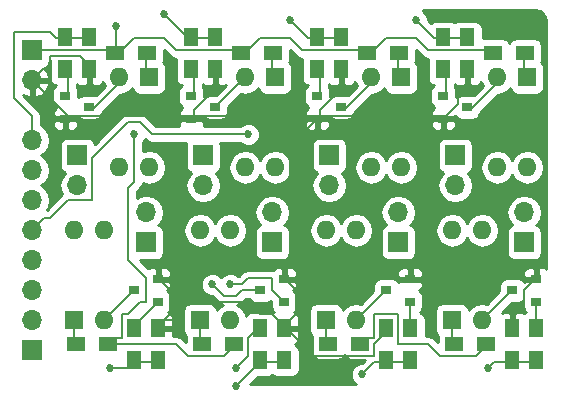
<source format=gbr>
G04 #@! TF.FileFunction,Copper,L1,Top,Signal*
%FSLAX46Y46*%
G04 Gerber Fmt 4.6, Leading zero omitted, Abs format (unit mm)*
G04 Created by KiCad (PCBNEW 4.0.7) date 10/27/18 14:09:12*
%MOMM*%
%LPD*%
G01*
G04 APERTURE LIST*
%ADD10C,0.100000*%
%ADD11R,1.700000X1.700000*%
%ADD12O,1.700000X1.700000*%
%ADD13R,0.900000X0.800000*%
%ADD14R,1.300000X1.500000*%
%ADD15R,1.500000X1.300000*%
%ADD16R,1.600000X1.600000*%
%ADD17O,1.600000X1.600000*%
%ADD18C,0.685800*%
%ADD19C,0.152400*%
%ADD20C,0.254000*%
G04 APERTURE END LIST*
D10*
D11*
X123952000Y-116332000D03*
D12*
X123952000Y-118872000D03*
D11*
X123952000Y-141732000D03*
D12*
X123952000Y-139192000D03*
X123952000Y-136652000D03*
X123952000Y-134112000D03*
X123952000Y-131572000D03*
X123952000Y-129032000D03*
X123952000Y-126492000D03*
X123952000Y-123952000D03*
D11*
X133604000Y-132588000D03*
D12*
X133604000Y-130048000D03*
D11*
X144272000Y-132588000D03*
D12*
X144272000Y-130048000D03*
D11*
X154940000Y-132588000D03*
D12*
X154940000Y-130048000D03*
D11*
X165608000Y-132588000D03*
D12*
X165608000Y-130048000D03*
D11*
X159766000Y-125222000D03*
D12*
X159766000Y-127762000D03*
D11*
X149098000Y-125222000D03*
D12*
X149098000Y-127762000D03*
D11*
X138430000Y-125222000D03*
D12*
X138430000Y-127762000D03*
D11*
X127762000Y-125222000D03*
D12*
X127762000Y-127762000D03*
D13*
X134604000Y-137602000D03*
X134604000Y-135702000D03*
X132604000Y-136652000D03*
X145272000Y-137602000D03*
X145272000Y-135702000D03*
X143272000Y-136652000D03*
X155940000Y-137602000D03*
X155940000Y-135702000D03*
X153940000Y-136652000D03*
X166608000Y-137602000D03*
X166608000Y-135702000D03*
X164608000Y-136652000D03*
X158766000Y-120208000D03*
X158766000Y-122108000D03*
X160766000Y-121158000D03*
X148098000Y-120208000D03*
X148098000Y-122108000D03*
X150098000Y-121158000D03*
X137430000Y-120208000D03*
X137430000Y-122108000D03*
X139430000Y-121158000D03*
X126762000Y-120208000D03*
X126762000Y-122108000D03*
X128762000Y-121158000D03*
D14*
X134620000Y-142574000D03*
X134620000Y-139874000D03*
X145288000Y-142574000D03*
X145288000Y-139874000D03*
X153924000Y-142574000D03*
X153924000Y-139874000D03*
X164592000Y-142574000D03*
X164592000Y-139874000D03*
X132588000Y-139874000D03*
X132588000Y-142574000D03*
X143256000Y-139874000D03*
X143256000Y-142574000D03*
X155956000Y-139874000D03*
X155956000Y-142574000D03*
X166624000Y-139874000D03*
X166624000Y-142574000D03*
D15*
X130382000Y-141224000D03*
X127682000Y-141224000D03*
X141050000Y-141224000D03*
X138350000Y-141224000D03*
X151718000Y-141224000D03*
X149018000Y-141224000D03*
X162386000Y-141224000D03*
X159686000Y-141224000D03*
D14*
X160782000Y-115236000D03*
X160782000Y-117936000D03*
X150114000Y-115236000D03*
X150114000Y-117936000D03*
X139446000Y-115236000D03*
X139446000Y-117936000D03*
X128778000Y-115236000D03*
X128778000Y-117936000D03*
X158750000Y-117936000D03*
X158750000Y-115236000D03*
X148082000Y-117936000D03*
X148082000Y-115236000D03*
X137414000Y-117936000D03*
X137414000Y-115236000D03*
X126746000Y-117936000D03*
X126746000Y-115236000D03*
D15*
X162988000Y-116586000D03*
X165688000Y-116586000D03*
X152320000Y-116586000D03*
X155020000Y-116586000D03*
X141652000Y-116586000D03*
X144352000Y-116586000D03*
X130984000Y-116586000D03*
X133684000Y-116586000D03*
D16*
X127508000Y-139192000D03*
D17*
X130048000Y-131572000D03*
X130048000Y-139192000D03*
X127508000Y-131572000D03*
D16*
X138176000Y-139192000D03*
D17*
X140716000Y-131572000D03*
X140716000Y-139192000D03*
X138176000Y-131572000D03*
D16*
X148844000Y-139192000D03*
D17*
X151384000Y-131572000D03*
X151384000Y-139192000D03*
X148844000Y-131572000D03*
D16*
X159512000Y-139192000D03*
D17*
X162052000Y-131572000D03*
X162052000Y-139192000D03*
X159512000Y-131572000D03*
D16*
X165862000Y-118618000D03*
D17*
X163322000Y-126238000D03*
X163322000Y-118618000D03*
X165862000Y-126238000D03*
D16*
X155194000Y-118618000D03*
D17*
X152654000Y-126238000D03*
X152654000Y-118618000D03*
X155194000Y-126238000D03*
D16*
X144526000Y-118618000D03*
D17*
X141986000Y-126238000D03*
X141986000Y-118618000D03*
X144526000Y-126238000D03*
D16*
X133858000Y-118618000D03*
D17*
X131318000Y-126238000D03*
X131318000Y-118618000D03*
X133858000Y-126238000D03*
D18*
X131064000Y-114300000D03*
X132588000Y-123444000D03*
X130556000Y-143256000D03*
X141224000Y-144780000D03*
X151892000Y-143764000D03*
X162560000Y-143256000D03*
X156464000Y-113792000D03*
X142240000Y-123444000D03*
X145796000Y-113792000D03*
X135128000Y-113284000D03*
X141224000Y-143256000D03*
X140716000Y-136144000D03*
X139192000Y-136144000D03*
D19*
X130984000Y-116586000D02*
X131064000Y-116840000D01*
X131064000Y-116840000D02*
X131064000Y-114300000D01*
X132588000Y-123444000D02*
X132588000Y-127508000D01*
X132588000Y-127508000D02*
X132080000Y-128016000D01*
X132080000Y-128016000D02*
X132080000Y-134112000D01*
X132080000Y-134112000D02*
X133604000Y-135636000D01*
X133604000Y-135636000D02*
X133604000Y-137668000D01*
X133604000Y-137668000D02*
X133096000Y-137668000D01*
X133096000Y-137668000D02*
X132080000Y-138684000D01*
X132080000Y-138684000D02*
X131572000Y-138684000D01*
X131572000Y-138684000D02*
X131572000Y-140716000D01*
X131572000Y-140716000D02*
X131064000Y-140716000D01*
X131064000Y-140716000D02*
X130556000Y-141224000D01*
X130556000Y-141224000D02*
X130382000Y-141224000D01*
X130984000Y-116586000D02*
X131064000Y-116840000D01*
X131064000Y-116840000D02*
X132588000Y-115316000D01*
X132588000Y-115316000D02*
X135128000Y-115316000D01*
X135128000Y-115316000D02*
X136144000Y-116332000D01*
X136144000Y-116332000D02*
X141224000Y-116332000D01*
X141224000Y-116332000D02*
X141732000Y-116840000D01*
X141732000Y-116840000D02*
X141652000Y-116586000D01*
X141652000Y-116586000D02*
X141732000Y-116840000D01*
X141732000Y-116840000D02*
X143256000Y-115316000D01*
X143256000Y-115316000D02*
X145796000Y-115316000D01*
X145796000Y-115316000D02*
X146812000Y-116332000D01*
X146812000Y-116332000D02*
X151892000Y-116332000D01*
X151892000Y-116332000D02*
X152400000Y-116840000D01*
X152400000Y-116840000D02*
X152320000Y-116586000D01*
X152320000Y-116586000D02*
X152400000Y-116840000D01*
X152400000Y-116840000D02*
X153924000Y-115316000D01*
X153924000Y-115316000D02*
X156464000Y-115316000D01*
X156464000Y-115316000D02*
X157480000Y-116332000D01*
X157480000Y-116332000D02*
X162560000Y-116332000D01*
X162560000Y-116332000D02*
X163068000Y-116840000D01*
X163068000Y-116840000D02*
X162988000Y-116586000D01*
X130382000Y-141224000D02*
X136144000Y-141224000D01*
X136144000Y-141224000D02*
X137160000Y-142240000D01*
X137160000Y-142240000D02*
X140208000Y-142240000D01*
X140208000Y-142240000D02*
X141224000Y-141224000D01*
X141224000Y-141224000D02*
X141050000Y-141224000D01*
X151718000Y-141224000D02*
X151892000Y-141224000D01*
X151892000Y-141224000D02*
X152400000Y-140716000D01*
X152400000Y-140716000D02*
X152908000Y-140716000D01*
X152908000Y-140716000D02*
X152908000Y-138684000D01*
X152908000Y-138684000D02*
X154940000Y-138684000D01*
X154940000Y-138684000D02*
X154940000Y-141224000D01*
X154940000Y-141224000D02*
X157480000Y-141224000D01*
X157480000Y-141224000D02*
X158496000Y-142240000D01*
X158496000Y-142240000D02*
X161544000Y-142240000D01*
X161544000Y-142240000D02*
X162560000Y-141224000D01*
X162560000Y-141224000D02*
X162386000Y-141224000D01*
X123952000Y-116332000D02*
X130556000Y-116332000D01*
X130556000Y-116332000D02*
X131064000Y-116840000D01*
X131064000Y-116840000D02*
X130984000Y-116586000D01*
X148098000Y-122108000D02*
X148336000Y-121920000D01*
X148336000Y-121920000D02*
X145796000Y-124460000D01*
X145796000Y-124460000D02*
X145796000Y-134112000D01*
X145796000Y-134112000D02*
X145288000Y-134620000D01*
X145288000Y-134620000D02*
X145288000Y-135636000D01*
X145288000Y-135636000D02*
X145272000Y-135702000D01*
X126762000Y-122108000D02*
X127000000Y-121920000D01*
X127000000Y-121920000D02*
X123952000Y-118872000D01*
X158766000Y-122108000D02*
X159004000Y-121920000D01*
X159004000Y-121920000D02*
X160020000Y-120904000D01*
X160020000Y-120904000D02*
X160020000Y-120396000D01*
X160020000Y-120396000D02*
X161036000Y-119380000D01*
X161036000Y-119380000D02*
X161036000Y-117856000D01*
X161036000Y-117856000D02*
X160782000Y-117936000D01*
X148098000Y-122108000D02*
X148336000Y-121920000D01*
X148336000Y-121920000D02*
X148336000Y-121412000D01*
X148336000Y-121412000D02*
X150368000Y-119380000D01*
X150368000Y-119380000D02*
X150368000Y-117856000D01*
X150368000Y-117856000D02*
X150114000Y-117936000D01*
X166608000Y-135702000D02*
X166624000Y-135636000D01*
X166624000Y-135636000D02*
X165608000Y-136652000D01*
X165608000Y-136652000D02*
X165608000Y-137668000D01*
X165608000Y-137668000D02*
X164592000Y-138684000D01*
X164592000Y-138684000D02*
X164592000Y-139874000D01*
X137430000Y-122108000D02*
X137668000Y-121920000D01*
X137668000Y-121920000D02*
X137668000Y-121412000D01*
X137668000Y-121412000D02*
X139700000Y-119380000D01*
X139700000Y-119380000D02*
X139700000Y-117856000D01*
X139700000Y-117856000D02*
X139446000Y-117936000D01*
X145288000Y-139874000D02*
X145288000Y-139700000D01*
X145288000Y-139700000D02*
X144272000Y-138684000D01*
X144272000Y-138684000D02*
X143256000Y-138684000D01*
X143256000Y-138684000D02*
X142240000Y-137668000D01*
X142240000Y-137668000D02*
X136652000Y-137668000D01*
X136652000Y-137668000D02*
X136144000Y-138176000D01*
X136144000Y-138176000D02*
X136144000Y-139192000D01*
X136144000Y-139192000D02*
X135128000Y-139192000D01*
X135128000Y-139192000D02*
X134620000Y-139700000D01*
X134620000Y-139700000D02*
X134620000Y-139874000D01*
X155940000Y-135702000D02*
X155956000Y-135636000D01*
X155956000Y-135636000D02*
X166624000Y-135636000D01*
X166624000Y-135636000D02*
X166608000Y-135702000D01*
X137430000Y-122108000D02*
X137668000Y-121920000D01*
X137668000Y-121920000D02*
X127000000Y-121920000D01*
X127000000Y-121920000D02*
X126762000Y-122108000D01*
X148098000Y-122108000D02*
X148336000Y-121920000D01*
X148336000Y-121920000D02*
X137668000Y-121920000D01*
X137668000Y-121920000D02*
X137430000Y-122108000D01*
X158766000Y-122108000D02*
X159004000Y-121920000D01*
X159004000Y-121920000D02*
X148336000Y-121920000D01*
X148336000Y-121920000D02*
X148098000Y-122108000D01*
X145288000Y-139874000D02*
X145288000Y-139700000D01*
X145288000Y-139700000D02*
X147828000Y-142240000D01*
X147828000Y-142240000D02*
X152908000Y-142240000D01*
X152908000Y-142240000D02*
X152908000Y-141224000D01*
X152908000Y-141224000D02*
X153924000Y-140208000D01*
X153924000Y-140208000D02*
X153924000Y-139874000D01*
X123952000Y-118872000D02*
X124968000Y-117856000D01*
X124968000Y-117856000D02*
X125476000Y-117856000D01*
X125476000Y-117856000D02*
X125476000Y-116840000D01*
X125476000Y-116840000D02*
X128016000Y-116840000D01*
X128016000Y-116840000D02*
X129032000Y-117856000D01*
X129032000Y-117856000D02*
X128778000Y-117936000D01*
X134620000Y-139874000D02*
X134620000Y-139700000D01*
X134620000Y-139700000D02*
X135636000Y-138684000D01*
X135636000Y-138684000D02*
X135636000Y-136652000D01*
X135636000Y-136652000D02*
X134620000Y-135636000D01*
X134620000Y-135636000D02*
X134604000Y-135702000D01*
X145272000Y-135702000D02*
X145288000Y-135636000D01*
X145288000Y-135636000D02*
X146304000Y-136652000D01*
X146304000Y-136652000D02*
X146304000Y-138684000D01*
X146304000Y-138684000D02*
X145288000Y-139700000D01*
X145288000Y-139700000D02*
X145288000Y-139874000D01*
X130556000Y-143256000D02*
X132080000Y-143256000D01*
X132080000Y-143256000D02*
X132588000Y-142748000D01*
X132588000Y-142748000D02*
X132588000Y-142574000D01*
X132588000Y-142574000D02*
X132588000Y-142748000D01*
X132588000Y-142748000D02*
X134620000Y-142748000D01*
X134620000Y-142748000D02*
X134620000Y-142574000D01*
X141224000Y-144780000D02*
X143256000Y-142748000D01*
X143256000Y-142748000D02*
X143256000Y-142574000D01*
X143256000Y-142574000D02*
X143256000Y-142748000D01*
X143256000Y-142748000D02*
X145288000Y-142748000D01*
X145288000Y-142748000D02*
X145288000Y-142574000D01*
X153924000Y-142574000D02*
X153924000Y-142748000D01*
X153924000Y-142748000D02*
X152908000Y-142748000D01*
X152908000Y-142748000D02*
X151892000Y-143764000D01*
X153924000Y-142574000D02*
X153924000Y-142748000D01*
X153924000Y-142748000D02*
X155956000Y-142748000D01*
X155956000Y-142748000D02*
X155956000Y-142574000D01*
X164592000Y-142574000D02*
X164592000Y-142748000D01*
X164592000Y-142748000D02*
X163068000Y-142748000D01*
X163068000Y-142748000D02*
X162560000Y-143256000D01*
X166624000Y-142574000D02*
X166624000Y-142748000D01*
X166624000Y-142748000D02*
X164592000Y-142748000D01*
X164592000Y-142748000D02*
X164592000Y-142574000D01*
X158750000Y-115236000D02*
X159004000Y-115316000D01*
X159004000Y-115316000D02*
X157988000Y-115316000D01*
X157988000Y-115316000D02*
X156464000Y-113792000D01*
X142240000Y-123444000D02*
X134112000Y-123444000D01*
X134112000Y-123444000D02*
X133096000Y-122428000D01*
X133096000Y-122428000D02*
X132080000Y-122428000D01*
X132080000Y-122428000D02*
X129032000Y-125476000D01*
X129032000Y-125476000D02*
X129032000Y-129032000D01*
X129032000Y-129032000D02*
X127000000Y-129032000D01*
X127000000Y-129032000D02*
X125476000Y-130556000D01*
X125476000Y-130556000D02*
X124968000Y-130556000D01*
X124968000Y-130556000D02*
X123952000Y-131572000D01*
X158750000Y-115236000D02*
X159004000Y-115316000D01*
X159004000Y-115316000D02*
X161036000Y-115316000D01*
X161036000Y-115316000D02*
X160782000Y-115236000D01*
X148082000Y-115236000D02*
X148336000Y-115316000D01*
X148336000Y-115316000D02*
X147320000Y-115316000D01*
X147320000Y-115316000D02*
X145796000Y-113792000D01*
X148082000Y-115236000D02*
X148336000Y-115316000D01*
X148336000Y-115316000D02*
X150368000Y-115316000D01*
X150368000Y-115316000D02*
X150114000Y-115236000D01*
X137414000Y-115236000D02*
X137668000Y-115316000D01*
X137668000Y-115316000D02*
X137160000Y-115316000D01*
X137160000Y-115316000D02*
X135128000Y-113284000D01*
X137414000Y-115236000D02*
X137668000Y-115316000D01*
X137668000Y-115316000D02*
X139700000Y-115316000D01*
X139700000Y-115316000D02*
X139446000Y-115236000D01*
X126746000Y-115236000D02*
X127000000Y-115316000D01*
X127000000Y-115316000D02*
X125984000Y-115316000D01*
X125984000Y-115316000D02*
X125476000Y-114808000D01*
X125476000Y-114808000D02*
X122428000Y-114808000D01*
X122428000Y-114808000D02*
X122428000Y-120396000D01*
X122428000Y-120396000D02*
X123952000Y-121920000D01*
X123952000Y-121920000D02*
X123952000Y-123952000D01*
X128778000Y-115236000D02*
X129032000Y-115316000D01*
X129032000Y-115316000D02*
X127000000Y-115316000D01*
X127000000Y-115316000D02*
X126746000Y-115236000D01*
X132588000Y-139874000D02*
X132588000Y-139700000D01*
X132588000Y-139700000D02*
X134620000Y-137668000D01*
X134620000Y-137668000D02*
X134604000Y-137602000D01*
X130048000Y-139192000D02*
X132588000Y-136652000D01*
X132588000Y-136652000D02*
X132604000Y-136652000D01*
X143256000Y-139874000D02*
X143256000Y-139700000D01*
X143256000Y-139700000D02*
X142240000Y-140716000D01*
X142240000Y-140716000D02*
X142240000Y-142240000D01*
X142240000Y-142240000D02*
X141224000Y-143256000D01*
X140716000Y-136144000D02*
X141732000Y-136144000D01*
X141732000Y-136144000D02*
X142240000Y-135636000D01*
X142240000Y-135636000D02*
X144272000Y-135636000D01*
X144272000Y-135636000D02*
X144272000Y-136652000D01*
X144272000Y-136652000D02*
X145288000Y-137668000D01*
X145288000Y-137668000D02*
X145272000Y-137602000D01*
X143272000Y-136652000D02*
X141732000Y-136652000D01*
X141732000Y-136652000D02*
X141224000Y-137160000D01*
X141224000Y-137160000D02*
X140208000Y-137160000D01*
X140208000Y-137160000D02*
X139192000Y-136144000D01*
X155956000Y-139874000D02*
X155956000Y-137668000D01*
X155956000Y-137668000D02*
X155940000Y-137602000D01*
X153940000Y-136652000D02*
X153924000Y-136652000D01*
X153924000Y-136652000D02*
X151384000Y-139192000D01*
X166608000Y-137602000D02*
X166624000Y-137668000D01*
X166624000Y-137668000D02*
X166624000Y-139874000D01*
X164608000Y-136652000D02*
X164592000Y-136652000D01*
X164592000Y-136652000D02*
X162052000Y-139192000D01*
X158766000Y-120208000D02*
X159004000Y-120396000D01*
X159004000Y-120396000D02*
X159004000Y-117856000D01*
X159004000Y-117856000D02*
X158750000Y-117936000D01*
X160766000Y-121158000D02*
X160528000Y-121412000D01*
X160528000Y-121412000D02*
X161036000Y-121412000D01*
X161036000Y-121412000D02*
X163576000Y-118872000D01*
X163576000Y-118872000D02*
X163322000Y-118618000D01*
X148098000Y-120208000D02*
X148336000Y-120396000D01*
X148336000Y-120396000D02*
X148336000Y-117856000D01*
X148336000Y-117856000D02*
X148082000Y-117936000D01*
X150098000Y-121158000D02*
X149860000Y-121412000D01*
X149860000Y-121412000D02*
X150368000Y-121412000D01*
X150368000Y-121412000D02*
X152908000Y-118872000D01*
X152908000Y-118872000D02*
X152654000Y-118618000D01*
X137414000Y-117936000D02*
X137668000Y-117856000D01*
X137668000Y-117856000D02*
X137668000Y-120396000D01*
X137668000Y-120396000D02*
X137430000Y-120208000D01*
X141986000Y-118618000D02*
X142240000Y-118872000D01*
X142240000Y-118872000D02*
X141732000Y-118872000D01*
X141732000Y-118872000D02*
X139192000Y-121412000D01*
X139192000Y-121412000D02*
X139430000Y-121158000D01*
X126746000Y-117936000D02*
X127000000Y-117856000D01*
X127000000Y-117856000D02*
X127000000Y-120396000D01*
X127000000Y-120396000D02*
X126762000Y-120208000D01*
X128762000Y-121158000D02*
X128524000Y-121412000D01*
X128524000Y-121412000D02*
X129032000Y-121412000D01*
X129032000Y-121412000D02*
X131572000Y-118872000D01*
X131572000Y-118872000D02*
X131318000Y-118618000D01*
X127682000Y-141224000D02*
X127508000Y-141224000D01*
X127508000Y-141224000D02*
X127508000Y-139192000D01*
X138350000Y-141224000D02*
X138176000Y-141224000D01*
X138176000Y-141224000D02*
X138176000Y-139192000D01*
X149018000Y-141224000D02*
X148844000Y-141224000D01*
X148844000Y-141224000D02*
X148844000Y-139192000D01*
X159512000Y-139192000D02*
X159512000Y-141224000D01*
X159512000Y-141224000D02*
X159686000Y-141224000D01*
X165862000Y-118618000D02*
X165608000Y-118364000D01*
X165608000Y-118364000D02*
X165608000Y-116840000D01*
X165608000Y-116840000D02*
X165688000Y-116586000D01*
X155194000Y-118618000D02*
X154940000Y-118364000D01*
X154940000Y-118364000D02*
X154940000Y-116840000D01*
X154940000Y-116840000D02*
X155020000Y-116586000D01*
X144526000Y-118618000D02*
X144272000Y-118364000D01*
X144272000Y-118364000D02*
X144272000Y-116840000D01*
X144272000Y-116840000D02*
X144352000Y-116586000D01*
X133858000Y-118618000D02*
X133604000Y-118364000D01*
X133604000Y-118364000D02*
X133604000Y-116840000D01*
X133604000Y-116840000D02*
X133684000Y-116586000D01*
D20*
G36*
X166939937Y-113029264D02*
X167207774Y-113208226D01*
X167386736Y-113476063D01*
X167463000Y-113859467D01*
X167463000Y-134808975D01*
X167417698Y-134763673D01*
X167184309Y-134667000D01*
X166893750Y-134667000D01*
X166735000Y-134825750D01*
X166735000Y-135575000D01*
X166755000Y-135575000D01*
X166755000Y-135829000D01*
X166735000Y-135829000D01*
X166735000Y-135849000D01*
X166481000Y-135849000D01*
X166481000Y-135829000D01*
X165681750Y-135829000D01*
X165595738Y-135915012D01*
X165522090Y-135800559D01*
X165309890Y-135655569D01*
X165058000Y-135604560D01*
X164158000Y-135604560D01*
X163922683Y-135648838D01*
X163706559Y-135787910D01*
X163561569Y-136000110D01*
X163510560Y-136252000D01*
X163510560Y-136727651D01*
X162433450Y-137804762D01*
X162052000Y-137728887D01*
X161502849Y-137838120D01*
X161037302Y-138149189D01*
X160940899Y-138293465D01*
X160915162Y-138156683D01*
X160776090Y-137940559D01*
X160563890Y-137795569D01*
X160312000Y-137744560D01*
X158712000Y-137744560D01*
X158476683Y-137788838D01*
X158260559Y-137927910D01*
X158115569Y-138140110D01*
X158064560Y-138392000D01*
X158064560Y-139992000D01*
X158108838Y-140227317D01*
X158247910Y-140443441D01*
X158306844Y-140483709D01*
X158288560Y-140574000D01*
X158288560Y-141026772D01*
X157982894Y-140721106D01*
X157752165Y-140566937D01*
X157480000Y-140512800D01*
X157253440Y-140512800D01*
X157253440Y-139124000D01*
X157209162Y-138888683D01*
X157070090Y-138672559D01*
X156857890Y-138527569D01*
X156772707Y-138510319D01*
X156841441Y-138466090D01*
X156986431Y-138253890D01*
X157037440Y-138002000D01*
X157037440Y-137202000D01*
X156993162Y-136966683D01*
X156854090Y-136750559D01*
X156714250Y-136655010D01*
X156749698Y-136640327D01*
X156928327Y-136461699D01*
X157025000Y-136228310D01*
X157025000Y-135987750D01*
X156866250Y-135829000D01*
X156067000Y-135829000D01*
X156067000Y-135849000D01*
X155813000Y-135849000D01*
X155813000Y-135829000D01*
X155013750Y-135829000D01*
X154927738Y-135915012D01*
X154854090Y-135800559D01*
X154641890Y-135655569D01*
X154390000Y-135604560D01*
X153490000Y-135604560D01*
X153254683Y-135648838D01*
X153038559Y-135787910D01*
X152893569Y-136000110D01*
X152842560Y-136252000D01*
X152842560Y-136727651D01*
X151765450Y-137804762D01*
X151384000Y-137728887D01*
X150834849Y-137838120D01*
X150369302Y-138149189D01*
X150272899Y-138293465D01*
X150247162Y-138156683D01*
X150108090Y-137940559D01*
X149895890Y-137795569D01*
X149644000Y-137744560D01*
X148044000Y-137744560D01*
X147808683Y-137788838D01*
X147592559Y-137927910D01*
X147447569Y-138140110D01*
X147396560Y-138392000D01*
X147396560Y-139992000D01*
X147440838Y-140227317D01*
X147579910Y-140443441D01*
X147638844Y-140483709D01*
X147620560Y-140574000D01*
X147620560Y-141874000D01*
X147664838Y-142109317D01*
X147803910Y-142325441D01*
X148016110Y-142470431D01*
X148268000Y-142521440D01*
X149768000Y-142521440D01*
X150003317Y-142477162D01*
X150219441Y-142338090D01*
X150364431Y-142125890D01*
X150367081Y-142112803D01*
X150503910Y-142325441D01*
X150716110Y-142470431D01*
X150968000Y-142521440D01*
X152128772Y-142521440D01*
X151864137Y-142786075D01*
X151698337Y-142785931D01*
X151338788Y-142934493D01*
X151063460Y-143209341D01*
X150914270Y-143568630D01*
X150913931Y-143957663D01*
X151062493Y-144317212D01*
X151337341Y-144592540D01*
X151362531Y-144603000D01*
X142406788Y-144603000D01*
X143038348Y-143971440D01*
X143906000Y-143971440D01*
X144141317Y-143927162D01*
X144272457Y-143842775D01*
X144386110Y-143920431D01*
X144638000Y-143971440D01*
X145938000Y-143971440D01*
X146173317Y-143927162D01*
X146389441Y-143788090D01*
X146534431Y-143575890D01*
X146585440Y-143324000D01*
X146585440Y-141824000D01*
X146541162Y-141588683D01*
X146402090Y-141372559D01*
X146189890Y-141227569D01*
X146156510Y-141220809D01*
X146297699Y-141162327D01*
X146476327Y-140983698D01*
X146573000Y-140750309D01*
X146573000Y-140159750D01*
X146414250Y-140001000D01*
X145415000Y-140001000D01*
X145415000Y-140021000D01*
X145161000Y-140021000D01*
X145161000Y-140001000D01*
X145141000Y-140001000D01*
X145141000Y-139747000D01*
X145161000Y-139747000D01*
X145161000Y-139727000D01*
X145415000Y-139727000D01*
X145415000Y-139747000D01*
X146414250Y-139747000D01*
X146573000Y-139588250D01*
X146573000Y-138997691D01*
X146476327Y-138764302D01*
X146297699Y-138585673D01*
X146109043Y-138507529D01*
X146173441Y-138466090D01*
X146318431Y-138253890D01*
X146369440Y-138002000D01*
X146369440Y-137202000D01*
X146325162Y-136966683D01*
X146186090Y-136750559D01*
X146046250Y-136655010D01*
X146081698Y-136640327D01*
X146260327Y-136461699D01*
X146357000Y-136228310D01*
X146357000Y-135987750D01*
X146198250Y-135829000D01*
X145399000Y-135829000D01*
X145399000Y-135849000D01*
X145145000Y-135849000D01*
X145145000Y-135829000D01*
X145125000Y-135829000D01*
X145125000Y-135575000D01*
X145145000Y-135575000D01*
X145145000Y-134825750D01*
X145399000Y-134825750D01*
X145399000Y-135575000D01*
X146198250Y-135575000D01*
X146357000Y-135416250D01*
X146357000Y-135175690D01*
X154855000Y-135175690D01*
X154855000Y-135416250D01*
X155013750Y-135575000D01*
X155813000Y-135575000D01*
X155813000Y-134825750D01*
X156067000Y-134825750D01*
X156067000Y-135575000D01*
X156866250Y-135575000D01*
X157025000Y-135416250D01*
X157025000Y-135175690D01*
X165523000Y-135175690D01*
X165523000Y-135416250D01*
X165681750Y-135575000D01*
X166481000Y-135575000D01*
X166481000Y-134825750D01*
X166322250Y-134667000D01*
X166031691Y-134667000D01*
X165798302Y-134763673D01*
X165619673Y-134942301D01*
X165523000Y-135175690D01*
X157025000Y-135175690D01*
X156928327Y-134942301D01*
X156749698Y-134763673D01*
X156516309Y-134667000D01*
X156225750Y-134667000D01*
X156067000Y-134825750D01*
X155813000Y-134825750D01*
X155654250Y-134667000D01*
X155363691Y-134667000D01*
X155130302Y-134763673D01*
X154951673Y-134942301D01*
X154855000Y-135175690D01*
X146357000Y-135175690D01*
X146260327Y-134942301D01*
X146081698Y-134763673D01*
X145848309Y-134667000D01*
X145557750Y-134667000D01*
X145399000Y-134825750D01*
X145145000Y-134825750D01*
X144986250Y-134667000D01*
X144695691Y-134667000D01*
X144462302Y-134763673D01*
X144296334Y-134929640D01*
X144272000Y-134924800D01*
X142240000Y-134924800D01*
X141967836Y-134978937D01*
X141967834Y-134978938D01*
X141967835Y-134978938D01*
X141737105Y-135133106D01*
X141437412Y-135432800D01*
X141387794Y-135432800D01*
X141270659Y-135315460D01*
X140911370Y-135166270D01*
X140522337Y-135165931D01*
X140162788Y-135314493D01*
X139953877Y-135523040D01*
X139746659Y-135315460D01*
X139387370Y-135166270D01*
X138998337Y-135165931D01*
X138638788Y-135314493D01*
X138363460Y-135589341D01*
X138214270Y-135948630D01*
X138213931Y-136337663D01*
X138362493Y-136697212D01*
X138637341Y-136972540D01*
X138996630Y-137121730D01*
X139164088Y-137121876D01*
X139705106Y-137662894D01*
X139935835Y-137817063D01*
X140138139Y-137857304D01*
X139701302Y-138149189D01*
X139604899Y-138293465D01*
X139579162Y-138156683D01*
X139440090Y-137940559D01*
X139227890Y-137795569D01*
X138976000Y-137744560D01*
X137376000Y-137744560D01*
X137140683Y-137788838D01*
X136924559Y-137927910D01*
X136779569Y-138140110D01*
X136728560Y-138392000D01*
X136728560Y-139992000D01*
X136772838Y-140227317D01*
X136911910Y-140443441D01*
X136970844Y-140483709D01*
X136952560Y-140574000D01*
X136952560Y-141026772D01*
X136646894Y-140721106D01*
X136416165Y-140566937D01*
X136144000Y-140512800D01*
X135905000Y-140512800D01*
X135905000Y-140159750D01*
X135746250Y-140001000D01*
X134747000Y-140001000D01*
X134747000Y-140021000D01*
X134493000Y-140021000D01*
X134493000Y-140001000D01*
X134473000Y-140001000D01*
X134473000Y-139747000D01*
X134493000Y-139747000D01*
X134493000Y-139727000D01*
X134747000Y-139727000D01*
X134747000Y-139747000D01*
X135746250Y-139747000D01*
X135905000Y-139588250D01*
X135905000Y-138997691D01*
X135808327Y-138764302D01*
X135629699Y-138585673D01*
X135441043Y-138507529D01*
X135505441Y-138466090D01*
X135650431Y-138253890D01*
X135701440Y-138002000D01*
X135701440Y-137202000D01*
X135657162Y-136966683D01*
X135518090Y-136750559D01*
X135378250Y-136655010D01*
X135413698Y-136640327D01*
X135592327Y-136461699D01*
X135689000Y-136228310D01*
X135689000Y-135987750D01*
X135530250Y-135829000D01*
X134731000Y-135829000D01*
X134731000Y-135849000D01*
X134477000Y-135849000D01*
X134477000Y-135829000D01*
X134457000Y-135829000D01*
X134457000Y-135575000D01*
X134477000Y-135575000D01*
X134477000Y-134825750D01*
X134731000Y-134825750D01*
X134731000Y-135575000D01*
X135530250Y-135575000D01*
X135689000Y-135416250D01*
X135689000Y-135175690D01*
X135592327Y-134942301D01*
X135413698Y-134763673D01*
X135180309Y-134667000D01*
X134889750Y-134667000D01*
X134731000Y-134825750D01*
X134477000Y-134825750D01*
X134318250Y-134667000D01*
X134027691Y-134667000D01*
X133794302Y-134763673D01*
X133765882Y-134792093D01*
X133059228Y-134085440D01*
X134454000Y-134085440D01*
X134689317Y-134041162D01*
X134905441Y-133902090D01*
X135050431Y-133689890D01*
X135101440Y-133438000D01*
X135101440Y-131738000D01*
X135064916Y-131543887D01*
X136741000Y-131543887D01*
X136741000Y-131600113D01*
X136850233Y-132149264D01*
X137161302Y-132614811D01*
X137626849Y-132925880D01*
X138176000Y-133035113D01*
X138725151Y-132925880D01*
X139190698Y-132614811D01*
X139446000Y-132232725D01*
X139701302Y-132614811D01*
X140166849Y-132925880D01*
X140716000Y-133035113D01*
X141265151Y-132925880D01*
X141730698Y-132614811D01*
X142041767Y-132149264D01*
X142151000Y-131600113D01*
X142151000Y-131543887D01*
X142041767Y-130994736D01*
X141730698Y-130529189D01*
X141265151Y-130218120D01*
X140716000Y-130108887D01*
X140166849Y-130218120D01*
X139701302Y-130529189D01*
X139446000Y-130911275D01*
X139190698Y-130529189D01*
X138725151Y-130218120D01*
X138176000Y-130108887D01*
X137626849Y-130218120D01*
X137161302Y-130529189D01*
X136850233Y-130994736D01*
X136741000Y-131543887D01*
X135064916Y-131543887D01*
X135057162Y-131502683D01*
X134918090Y-131286559D01*
X134705890Y-131141569D01*
X134638459Y-131127914D01*
X134683147Y-131098054D01*
X135005054Y-130616285D01*
X135118093Y-130048000D01*
X142757907Y-130048000D01*
X142870946Y-130616285D01*
X143192853Y-131098054D01*
X143234452Y-131125850D01*
X143186683Y-131134838D01*
X142970559Y-131273910D01*
X142825569Y-131486110D01*
X142774560Y-131738000D01*
X142774560Y-133438000D01*
X142818838Y-133673317D01*
X142957910Y-133889441D01*
X143170110Y-134034431D01*
X143422000Y-134085440D01*
X145122000Y-134085440D01*
X145357317Y-134041162D01*
X145573441Y-133902090D01*
X145718431Y-133689890D01*
X145769440Y-133438000D01*
X145769440Y-131738000D01*
X145732916Y-131543887D01*
X147409000Y-131543887D01*
X147409000Y-131600113D01*
X147518233Y-132149264D01*
X147829302Y-132614811D01*
X148294849Y-132925880D01*
X148844000Y-133035113D01*
X149393151Y-132925880D01*
X149858698Y-132614811D01*
X150114000Y-132232725D01*
X150369302Y-132614811D01*
X150834849Y-132925880D01*
X151384000Y-133035113D01*
X151933151Y-132925880D01*
X152398698Y-132614811D01*
X152709767Y-132149264D01*
X152819000Y-131600113D01*
X152819000Y-131543887D01*
X152709767Y-130994736D01*
X152398698Y-130529189D01*
X151933151Y-130218120D01*
X151384000Y-130108887D01*
X150834849Y-130218120D01*
X150369302Y-130529189D01*
X150114000Y-130911275D01*
X149858698Y-130529189D01*
X149393151Y-130218120D01*
X148844000Y-130108887D01*
X148294849Y-130218120D01*
X147829302Y-130529189D01*
X147518233Y-130994736D01*
X147409000Y-131543887D01*
X145732916Y-131543887D01*
X145725162Y-131502683D01*
X145586090Y-131286559D01*
X145373890Y-131141569D01*
X145306459Y-131127914D01*
X145351147Y-131098054D01*
X145673054Y-130616285D01*
X145786093Y-130048000D01*
X153425907Y-130048000D01*
X153538946Y-130616285D01*
X153860853Y-131098054D01*
X153902452Y-131125850D01*
X153854683Y-131134838D01*
X153638559Y-131273910D01*
X153493569Y-131486110D01*
X153442560Y-131738000D01*
X153442560Y-133438000D01*
X153486838Y-133673317D01*
X153625910Y-133889441D01*
X153838110Y-134034431D01*
X154090000Y-134085440D01*
X155790000Y-134085440D01*
X156025317Y-134041162D01*
X156241441Y-133902090D01*
X156386431Y-133689890D01*
X156437440Y-133438000D01*
X156437440Y-131738000D01*
X156400916Y-131543887D01*
X158077000Y-131543887D01*
X158077000Y-131600113D01*
X158186233Y-132149264D01*
X158497302Y-132614811D01*
X158962849Y-132925880D01*
X159512000Y-133035113D01*
X160061151Y-132925880D01*
X160526698Y-132614811D01*
X160782000Y-132232725D01*
X161037302Y-132614811D01*
X161502849Y-132925880D01*
X162052000Y-133035113D01*
X162601151Y-132925880D01*
X163066698Y-132614811D01*
X163377767Y-132149264D01*
X163487000Y-131600113D01*
X163487000Y-131543887D01*
X163377767Y-130994736D01*
X163066698Y-130529189D01*
X162601151Y-130218120D01*
X162052000Y-130108887D01*
X161502849Y-130218120D01*
X161037302Y-130529189D01*
X160782000Y-130911275D01*
X160526698Y-130529189D01*
X160061151Y-130218120D01*
X159512000Y-130108887D01*
X158962849Y-130218120D01*
X158497302Y-130529189D01*
X158186233Y-130994736D01*
X158077000Y-131543887D01*
X156400916Y-131543887D01*
X156393162Y-131502683D01*
X156254090Y-131286559D01*
X156041890Y-131141569D01*
X155974459Y-131127914D01*
X156019147Y-131098054D01*
X156341054Y-130616285D01*
X156454093Y-130048000D01*
X164093907Y-130048000D01*
X164206946Y-130616285D01*
X164528853Y-131098054D01*
X164570452Y-131125850D01*
X164522683Y-131134838D01*
X164306559Y-131273910D01*
X164161569Y-131486110D01*
X164110560Y-131738000D01*
X164110560Y-133438000D01*
X164154838Y-133673317D01*
X164293910Y-133889441D01*
X164506110Y-134034431D01*
X164758000Y-134085440D01*
X166458000Y-134085440D01*
X166693317Y-134041162D01*
X166909441Y-133902090D01*
X167054431Y-133689890D01*
X167105440Y-133438000D01*
X167105440Y-131738000D01*
X167061162Y-131502683D01*
X166922090Y-131286559D01*
X166709890Y-131141569D01*
X166642459Y-131127914D01*
X166687147Y-131098054D01*
X167009054Y-130616285D01*
X167122093Y-130048000D01*
X167009054Y-129479715D01*
X166687147Y-128997946D01*
X166205378Y-128676039D01*
X165637093Y-128563000D01*
X165578907Y-128563000D01*
X165010622Y-128676039D01*
X164528853Y-128997946D01*
X164206946Y-129479715D01*
X164093907Y-130048000D01*
X156454093Y-130048000D01*
X156341054Y-129479715D01*
X156019147Y-128997946D01*
X155537378Y-128676039D01*
X154969093Y-128563000D01*
X154910907Y-128563000D01*
X154342622Y-128676039D01*
X153860853Y-128997946D01*
X153538946Y-129479715D01*
X153425907Y-130048000D01*
X145786093Y-130048000D01*
X145673054Y-129479715D01*
X145351147Y-128997946D01*
X144869378Y-128676039D01*
X144301093Y-128563000D01*
X144242907Y-128563000D01*
X143674622Y-128676039D01*
X143192853Y-128997946D01*
X142870946Y-129479715D01*
X142757907Y-130048000D01*
X135118093Y-130048000D01*
X135005054Y-129479715D01*
X134683147Y-128997946D01*
X134201378Y-128676039D01*
X133633093Y-128563000D01*
X133574907Y-128563000D01*
X133006622Y-128676039D01*
X132791200Y-128819979D01*
X132791200Y-128310588D01*
X133090894Y-128010895D01*
X133245062Y-127780165D01*
X133245063Y-127780164D01*
X133285605Y-127576349D01*
X133308849Y-127591880D01*
X133858000Y-127701113D01*
X134407151Y-127591880D01*
X134872698Y-127280811D01*
X135183767Y-126815264D01*
X135293000Y-126266113D01*
X135293000Y-126209887D01*
X135183767Y-125660736D01*
X134872698Y-125195189D01*
X134407151Y-124884120D01*
X133858000Y-124774887D01*
X133308849Y-124884120D01*
X133299200Y-124890567D01*
X133299200Y-124115794D01*
X133416540Y-123998659D01*
X133488228Y-123826016D01*
X133609106Y-123946894D01*
X133839835Y-124101063D01*
X134112000Y-124155200D01*
X136976463Y-124155200D01*
X136932560Y-124372000D01*
X136932560Y-126072000D01*
X136976838Y-126307317D01*
X137115910Y-126523441D01*
X137328110Y-126668431D01*
X137395541Y-126682086D01*
X137350853Y-126711946D01*
X137028946Y-127193715D01*
X136915907Y-127762000D01*
X137028946Y-128330285D01*
X137350853Y-128812054D01*
X137832622Y-129133961D01*
X138400907Y-129247000D01*
X138459093Y-129247000D01*
X139027378Y-129133961D01*
X139509147Y-128812054D01*
X139831054Y-128330285D01*
X139944093Y-127762000D01*
X147583907Y-127762000D01*
X147696946Y-128330285D01*
X148018853Y-128812054D01*
X148500622Y-129133961D01*
X149068907Y-129247000D01*
X149127093Y-129247000D01*
X149695378Y-129133961D01*
X150177147Y-128812054D01*
X150499054Y-128330285D01*
X150612093Y-127762000D01*
X158251907Y-127762000D01*
X158364946Y-128330285D01*
X158686853Y-128812054D01*
X159168622Y-129133961D01*
X159736907Y-129247000D01*
X159795093Y-129247000D01*
X160363378Y-129133961D01*
X160845147Y-128812054D01*
X161167054Y-128330285D01*
X161280093Y-127762000D01*
X161167054Y-127193715D01*
X160845147Y-126711946D01*
X160803548Y-126684150D01*
X160851317Y-126675162D01*
X161067441Y-126536090D01*
X161212431Y-126323890D01*
X161235517Y-126209887D01*
X161887000Y-126209887D01*
X161887000Y-126266113D01*
X161996233Y-126815264D01*
X162307302Y-127280811D01*
X162772849Y-127591880D01*
X163322000Y-127701113D01*
X163871151Y-127591880D01*
X164336698Y-127280811D01*
X164592000Y-126898725D01*
X164847302Y-127280811D01*
X165312849Y-127591880D01*
X165862000Y-127701113D01*
X166411151Y-127591880D01*
X166876698Y-127280811D01*
X167187767Y-126815264D01*
X167297000Y-126266113D01*
X167297000Y-126209887D01*
X167187767Y-125660736D01*
X166876698Y-125195189D01*
X166411151Y-124884120D01*
X165862000Y-124774887D01*
X165312849Y-124884120D01*
X164847302Y-125195189D01*
X164592000Y-125577275D01*
X164336698Y-125195189D01*
X163871151Y-124884120D01*
X163322000Y-124774887D01*
X162772849Y-124884120D01*
X162307302Y-125195189D01*
X161996233Y-125660736D01*
X161887000Y-126209887D01*
X161235517Y-126209887D01*
X161263440Y-126072000D01*
X161263440Y-124372000D01*
X161219162Y-124136683D01*
X161080090Y-123920559D01*
X160867890Y-123775569D01*
X160616000Y-123724560D01*
X158916000Y-123724560D01*
X158680683Y-123768838D01*
X158464559Y-123907910D01*
X158319569Y-124120110D01*
X158268560Y-124372000D01*
X158268560Y-126072000D01*
X158312838Y-126307317D01*
X158451910Y-126523441D01*
X158664110Y-126668431D01*
X158731541Y-126682086D01*
X158686853Y-126711946D01*
X158364946Y-127193715D01*
X158251907Y-127762000D01*
X150612093Y-127762000D01*
X150499054Y-127193715D01*
X150177147Y-126711946D01*
X150135548Y-126684150D01*
X150183317Y-126675162D01*
X150399441Y-126536090D01*
X150544431Y-126323890D01*
X150567517Y-126209887D01*
X151219000Y-126209887D01*
X151219000Y-126266113D01*
X151328233Y-126815264D01*
X151639302Y-127280811D01*
X152104849Y-127591880D01*
X152654000Y-127701113D01*
X153203151Y-127591880D01*
X153668698Y-127280811D01*
X153924000Y-126898725D01*
X154179302Y-127280811D01*
X154644849Y-127591880D01*
X155194000Y-127701113D01*
X155743151Y-127591880D01*
X156208698Y-127280811D01*
X156519767Y-126815264D01*
X156629000Y-126266113D01*
X156629000Y-126209887D01*
X156519767Y-125660736D01*
X156208698Y-125195189D01*
X155743151Y-124884120D01*
X155194000Y-124774887D01*
X154644849Y-124884120D01*
X154179302Y-125195189D01*
X153924000Y-125577275D01*
X153668698Y-125195189D01*
X153203151Y-124884120D01*
X152654000Y-124774887D01*
X152104849Y-124884120D01*
X151639302Y-125195189D01*
X151328233Y-125660736D01*
X151219000Y-126209887D01*
X150567517Y-126209887D01*
X150595440Y-126072000D01*
X150595440Y-124372000D01*
X150551162Y-124136683D01*
X150412090Y-123920559D01*
X150199890Y-123775569D01*
X149948000Y-123724560D01*
X148248000Y-123724560D01*
X148012683Y-123768838D01*
X147796559Y-123907910D01*
X147651569Y-124120110D01*
X147600560Y-124372000D01*
X147600560Y-126072000D01*
X147644838Y-126307317D01*
X147783910Y-126523441D01*
X147996110Y-126668431D01*
X148063541Y-126682086D01*
X148018853Y-126711946D01*
X147696946Y-127193715D01*
X147583907Y-127762000D01*
X139944093Y-127762000D01*
X139831054Y-127193715D01*
X139509147Y-126711946D01*
X139467548Y-126684150D01*
X139515317Y-126675162D01*
X139731441Y-126536090D01*
X139876431Y-126323890D01*
X139899517Y-126209887D01*
X140551000Y-126209887D01*
X140551000Y-126266113D01*
X140660233Y-126815264D01*
X140971302Y-127280811D01*
X141436849Y-127591880D01*
X141986000Y-127701113D01*
X142535151Y-127591880D01*
X143000698Y-127280811D01*
X143256000Y-126898725D01*
X143511302Y-127280811D01*
X143976849Y-127591880D01*
X144526000Y-127701113D01*
X145075151Y-127591880D01*
X145540698Y-127280811D01*
X145851767Y-126815264D01*
X145961000Y-126266113D01*
X145961000Y-126209887D01*
X145851767Y-125660736D01*
X145540698Y-125195189D01*
X145075151Y-124884120D01*
X144526000Y-124774887D01*
X143976849Y-124884120D01*
X143511302Y-125195189D01*
X143256000Y-125577275D01*
X143000698Y-125195189D01*
X142535151Y-124884120D01*
X141986000Y-124774887D01*
X141436849Y-124884120D01*
X140971302Y-125195189D01*
X140660233Y-125660736D01*
X140551000Y-126209887D01*
X139899517Y-126209887D01*
X139927440Y-126072000D01*
X139927440Y-124372000D01*
X139886646Y-124155200D01*
X141568206Y-124155200D01*
X141685341Y-124272540D01*
X142044630Y-124421730D01*
X142433663Y-124422069D01*
X142793212Y-124273507D01*
X143068540Y-123998659D01*
X143217730Y-123639370D01*
X143218069Y-123250337D01*
X143069507Y-122890788D01*
X142794659Y-122615460D01*
X142435370Y-122466270D01*
X142046337Y-122465931D01*
X141686788Y-122614493D01*
X141568274Y-122732800D01*
X138474204Y-122732800D01*
X138515000Y-122634310D01*
X138515000Y-122393750D01*
X147013000Y-122393750D01*
X147013000Y-122634310D01*
X147109673Y-122867699D01*
X147288302Y-123046327D01*
X147521691Y-123143000D01*
X147812250Y-123143000D01*
X147971000Y-122984250D01*
X147971000Y-122235000D01*
X148225000Y-122235000D01*
X148225000Y-122984250D01*
X148383750Y-123143000D01*
X148674309Y-123143000D01*
X148907698Y-123046327D01*
X149086327Y-122867699D01*
X149183000Y-122634310D01*
X149183000Y-122393750D01*
X157681000Y-122393750D01*
X157681000Y-122634310D01*
X157777673Y-122867699D01*
X157956302Y-123046327D01*
X158189691Y-123143000D01*
X158480250Y-123143000D01*
X158639000Y-122984250D01*
X158639000Y-122235000D01*
X158893000Y-122235000D01*
X158893000Y-122984250D01*
X159051750Y-123143000D01*
X159342309Y-123143000D01*
X159575698Y-123046327D01*
X159754327Y-122867699D01*
X159851000Y-122634310D01*
X159851000Y-122393750D01*
X159692250Y-122235000D01*
X158893000Y-122235000D01*
X158639000Y-122235000D01*
X157839750Y-122235000D01*
X157681000Y-122393750D01*
X149183000Y-122393750D01*
X149024250Y-122235000D01*
X148225000Y-122235000D01*
X147971000Y-122235000D01*
X147171750Y-122235000D01*
X147013000Y-122393750D01*
X138515000Y-122393750D01*
X138356250Y-122235000D01*
X137557000Y-122235000D01*
X137557000Y-122255000D01*
X137303000Y-122255000D01*
X137303000Y-122235000D01*
X136503750Y-122235000D01*
X136345000Y-122393750D01*
X136345000Y-122634310D01*
X136385796Y-122732800D01*
X134406588Y-122732800D01*
X133598894Y-121925106D01*
X133368165Y-121770937D01*
X133096000Y-121716800D01*
X132080000Y-121716800D01*
X131807835Y-121770937D01*
X131577106Y-121925106D01*
X129238975Y-124263237D01*
X129215162Y-124136683D01*
X129076090Y-123920559D01*
X128863890Y-123775569D01*
X128612000Y-123724560D01*
X126912000Y-123724560D01*
X126676683Y-123768838D01*
X126460559Y-123907910D01*
X126315569Y-124120110D01*
X126264560Y-124372000D01*
X126264560Y-126072000D01*
X126308838Y-126307317D01*
X126447910Y-126523441D01*
X126660110Y-126668431D01*
X126727541Y-126682086D01*
X126682853Y-126711946D01*
X126360946Y-127193715D01*
X126247907Y-127762000D01*
X126360946Y-128330285D01*
X126495120Y-128531091D01*
X125206313Y-129819899D01*
X125353054Y-129600285D01*
X125466093Y-129032000D01*
X125353054Y-128463715D01*
X125031147Y-127981946D01*
X124701974Y-127762000D01*
X125031147Y-127542054D01*
X125353054Y-127060285D01*
X125466093Y-126492000D01*
X125353054Y-125923715D01*
X125031147Y-125441946D01*
X124701974Y-125222000D01*
X125031147Y-125002054D01*
X125353054Y-124520285D01*
X125466093Y-123952000D01*
X125353054Y-123383715D01*
X125031147Y-122901946D01*
X124663200Y-122656092D01*
X124663200Y-122393750D01*
X125677000Y-122393750D01*
X125677000Y-122634310D01*
X125773673Y-122867699D01*
X125952302Y-123046327D01*
X126185691Y-123143000D01*
X126476250Y-123143000D01*
X126635000Y-122984250D01*
X126635000Y-122235000D01*
X126889000Y-122235000D01*
X126889000Y-122984250D01*
X127047750Y-123143000D01*
X127338309Y-123143000D01*
X127571698Y-123046327D01*
X127750327Y-122867699D01*
X127847000Y-122634310D01*
X127847000Y-122393750D01*
X127688250Y-122235000D01*
X126889000Y-122235000D01*
X126635000Y-122235000D01*
X125835750Y-122235000D01*
X125677000Y-122393750D01*
X124663200Y-122393750D01*
X124663200Y-121920000D01*
X124609063Y-121647836D01*
X124557906Y-121571274D01*
X124454894Y-121417105D01*
X123139200Y-120101412D01*
X123139200Y-120099380D01*
X123595108Y-120313486D01*
X123825000Y-120192819D01*
X123825000Y-118999000D01*
X124079000Y-118999000D01*
X124079000Y-120192819D01*
X124308892Y-120313486D01*
X124833358Y-120067183D01*
X125223645Y-119638924D01*
X125393476Y-119228890D01*
X125272155Y-118999000D01*
X124079000Y-118999000D01*
X123825000Y-118999000D01*
X123805000Y-118999000D01*
X123805000Y-118745000D01*
X123825000Y-118745000D01*
X123825000Y-118725000D01*
X124079000Y-118725000D01*
X124079000Y-118745000D01*
X125272155Y-118745000D01*
X125393476Y-118515110D01*
X125223645Y-118105076D01*
X124947499Y-117802063D01*
X125037317Y-117785162D01*
X125253441Y-117646090D01*
X125398431Y-117433890D01*
X125448560Y-117186346D01*
X125448560Y-118686000D01*
X125492838Y-118921317D01*
X125631910Y-119137441D01*
X125844110Y-119282431D01*
X125929293Y-119299681D01*
X125860559Y-119343910D01*
X125715569Y-119556110D01*
X125664560Y-119808000D01*
X125664560Y-120608000D01*
X125708838Y-120843317D01*
X125847910Y-121059441D01*
X125987750Y-121154990D01*
X125952302Y-121169673D01*
X125773673Y-121348301D01*
X125677000Y-121581690D01*
X125677000Y-121822250D01*
X125835750Y-121981000D01*
X126635000Y-121981000D01*
X126635000Y-121961000D01*
X126889000Y-121961000D01*
X126889000Y-121981000D01*
X127688250Y-121981000D01*
X127774262Y-121894988D01*
X127847910Y-122009441D01*
X128060110Y-122154431D01*
X128312000Y-122205440D01*
X129212000Y-122205440D01*
X129447317Y-122161162D01*
X129663441Y-122022090D01*
X129808431Y-121809890D01*
X129851226Y-121598562D01*
X131381259Y-120068530D01*
X131867151Y-119971880D01*
X132332698Y-119660811D01*
X132429101Y-119516535D01*
X132454838Y-119653317D01*
X132593910Y-119869441D01*
X132806110Y-120014431D01*
X133058000Y-120065440D01*
X134658000Y-120065440D01*
X134893317Y-120021162D01*
X135109441Y-119882090D01*
X135254431Y-119669890D01*
X135305440Y-119418000D01*
X135305440Y-117818000D01*
X135261162Y-117582683D01*
X135122090Y-117366559D01*
X135063156Y-117326291D01*
X135081440Y-117236000D01*
X135081440Y-116275228D01*
X135641106Y-116834894D01*
X135871835Y-116989063D01*
X136144000Y-117043200D01*
X136145478Y-117043200D01*
X136116560Y-117186000D01*
X136116560Y-118686000D01*
X136160838Y-118921317D01*
X136299910Y-119137441D01*
X136512110Y-119282431D01*
X136597293Y-119299681D01*
X136528559Y-119343910D01*
X136383569Y-119556110D01*
X136332560Y-119808000D01*
X136332560Y-120608000D01*
X136376838Y-120843317D01*
X136515910Y-121059441D01*
X136655750Y-121154990D01*
X136620302Y-121169673D01*
X136441673Y-121348301D01*
X136345000Y-121581690D01*
X136345000Y-121822250D01*
X136503750Y-121981000D01*
X137303000Y-121981000D01*
X137303000Y-121961000D01*
X137557000Y-121961000D01*
X137557000Y-121981000D01*
X138356250Y-121981000D01*
X138442262Y-121894988D01*
X138515910Y-122009441D01*
X138728110Y-122154431D01*
X138980000Y-122205440D01*
X139880000Y-122205440D01*
X140115317Y-122161162D01*
X140331441Y-122022090D01*
X140476431Y-121809890D01*
X140527440Y-121558000D01*
X140527440Y-121082348D01*
X141604551Y-120005238D01*
X141986000Y-120081113D01*
X142535151Y-119971880D01*
X143000698Y-119660811D01*
X143097101Y-119516535D01*
X143122838Y-119653317D01*
X143261910Y-119869441D01*
X143474110Y-120014431D01*
X143726000Y-120065440D01*
X145326000Y-120065440D01*
X145561317Y-120021162D01*
X145777441Y-119882090D01*
X145922431Y-119669890D01*
X145973440Y-119418000D01*
X145973440Y-117818000D01*
X145929162Y-117582683D01*
X145790090Y-117366559D01*
X145731156Y-117326291D01*
X145749440Y-117236000D01*
X145749440Y-116275228D01*
X146309106Y-116834894D01*
X146539835Y-116989063D01*
X146812000Y-117043200D01*
X146813478Y-117043200D01*
X146784560Y-117186000D01*
X146784560Y-118686000D01*
X146828838Y-118921317D01*
X146967910Y-119137441D01*
X147180110Y-119282431D01*
X147265293Y-119299681D01*
X147196559Y-119343910D01*
X147051569Y-119556110D01*
X147000560Y-119808000D01*
X147000560Y-120608000D01*
X147044838Y-120843317D01*
X147183910Y-121059441D01*
X147323750Y-121154990D01*
X147288302Y-121169673D01*
X147109673Y-121348301D01*
X147013000Y-121581690D01*
X147013000Y-121822250D01*
X147171750Y-121981000D01*
X147971000Y-121981000D01*
X147971000Y-121961000D01*
X148225000Y-121961000D01*
X148225000Y-121981000D01*
X149024250Y-121981000D01*
X149110262Y-121894988D01*
X149183910Y-122009441D01*
X149396110Y-122154431D01*
X149648000Y-122205440D01*
X150548000Y-122205440D01*
X150783317Y-122161162D01*
X150999441Y-122022090D01*
X151144431Y-121809890D01*
X151187226Y-121598562D01*
X152717259Y-120068530D01*
X153203151Y-119971880D01*
X153668698Y-119660811D01*
X153765101Y-119516535D01*
X153790838Y-119653317D01*
X153929910Y-119869441D01*
X154142110Y-120014431D01*
X154394000Y-120065440D01*
X155994000Y-120065440D01*
X156229317Y-120021162D01*
X156445441Y-119882090D01*
X156590431Y-119669890D01*
X156641440Y-119418000D01*
X156641440Y-117818000D01*
X156597162Y-117582683D01*
X156458090Y-117366559D01*
X156399156Y-117326291D01*
X156417440Y-117236000D01*
X156417440Y-116275228D01*
X156977106Y-116834894D01*
X157207835Y-116989063D01*
X157480000Y-117043200D01*
X157481478Y-117043200D01*
X157452560Y-117186000D01*
X157452560Y-118686000D01*
X157496838Y-118921317D01*
X157635910Y-119137441D01*
X157848110Y-119282431D01*
X157933293Y-119299681D01*
X157864559Y-119343910D01*
X157719569Y-119556110D01*
X157668560Y-119808000D01*
X157668560Y-120608000D01*
X157712838Y-120843317D01*
X157851910Y-121059441D01*
X157991750Y-121154990D01*
X157956302Y-121169673D01*
X157777673Y-121348301D01*
X157681000Y-121581690D01*
X157681000Y-121822250D01*
X157839750Y-121981000D01*
X158639000Y-121981000D01*
X158639000Y-121961000D01*
X158893000Y-121961000D01*
X158893000Y-121981000D01*
X159692250Y-121981000D01*
X159778262Y-121894988D01*
X159851910Y-122009441D01*
X160064110Y-122154431D01*
X160316000Y-122205440D01*
X161216000Y-122205440D01*
X161451317Y-122161162D01*
X161667441Y-122022090D01*
X161812431Y-121809890D01*
X161855226Y-121598562D01*
X163385259Y-120068530D01*
X163871151Y-119971880D01*
X164336698Y-119660811D01*
X164433101Y-119516535D01*
X164458838Y-119653317D01*
X164597910Y-119869441D01*
X164810110Y-120014431D01*
X165062000Y-120065440D01*
X166662000Y-120065440D01*
X166897317Y-120021162D01*
X167113441Y-119882090D01*
X167258431Y-119669890D01*
X167309440Y-119418000D01*
X167309440Y-117818000D01*
X167265162Y-117582683D01*
X167126090Y-117366559D01*
X167067156Y-117326291D01*
X167085440Y-117236000D01*
X167085440Y-115936000D01*
X167041162Y-115700683D01*
X166902090Y-115484559D01*
X166689890Y-115339569D01*
X166438000Y-115288560D01*
X164938000Y-115288560D01*
X164702683Y-115332838D01*
X164486559Y-115471910D01*
X164341569Y-115684110D01*
X164338919Y-115697197D01*
X164202090Y-115484559D01*
X163989890Y-115339569D01*
X163738000Y-115288560D01*
X162238000Y-115288560D01*
X162079440Y-115318395D01*
X162079440Y-114486000D01*
X162035162Y-114250683D01*
X161896090Y-114034559D01*
X161683890Y-113889569D01*
X161432000Y-113838560D01*
X160132000Y-113838560D01*
X159896683Y-113882838D01*
X159765543Y-113967225D01*
X159651890Y-113889569D01*
X159400000Y-113838560D01*
X158100000Y-113838560D01*
X157864683Y-113882838D01*
X157679676Y-114001887D01*
X157441925Y-113764136D01*
X157442069Y-113598337D01*
X157293507Y-113238788D01*
X157018659Y-112963460D01*
X156993469Y-112953000D01*
X166556533Y-112953000D01*
X166939937Y-113029264D01*
X166939937Y-113029264D01*
G37*
X166939937Y-113029264D02*
X167207774Y-113208226D01*
X167386736Y-113476063D01*
X167463000Y-113859467D01*
X167463000Y-134808975D01*
X167417698Y-134763673D01*
X167184309Y-134667000D01*
X166893750Y-134667000D01*
X166735000Y-134825750D01*
X166735000Y-135575000D01*
X166755000Y-135575000D01*
X166755000Y-135829000D01*
X166735000Y-135829000D01*
X166735000Y-135849000D01*
X166481000Y-135849000D01*
X166481000Y-135829000D01*
X165681750Y-135829000D01*
X165595738Y-135915012D01*
X165522090Y-135800559D01*
X165309890Y-135655569D01*
X165058000Y-135604560D01*
X164158000Y-135604560D01*
X163922683Y-135648838D01*
X163706559Y-135787910D01*
X163561569Y-136000110D01*
X163510560Y-136252000D01*
X163510560Y-136727651D01*
X162433450Y-137804762D01*
X162052000Y-137728887D01*
X161502849Y-137838120D01*
X161037302Y-138149189D01*
X160940899Y-138293465D01*
X160915162Y-138156683D01*
X160776090Y-137940559D01*
X160563890Y-137795569D01*
X160312000Y-137744560D01*
X158712000Y-137744560D01*
X158476683Y-137788838D01*
X158260559Y-137927910D01*
X158115569Y-138140110D01*
X158064560Y-138392000D01*
X158064560Y-139992000D01*
X158108838Y-140227317D01*
X158247910Y-140443441D01*
X158306844Y-140483709D01*
X158288560Y-140574000D01*
X158288560Y-141026772D01*
X157982894Y-140721106D01*
X157752165Y-140566937D01*
X157480000Y-140512800D01*
X157253440Y-140512800D01*
X157253440Y-139124000D01*
X157209162Y-138888683D01*
X157070090Y-138672559D01*
X156857890Y-138527569D01*
X156772707Y-138510319D01*
X156841441Y-138466090D01*
X156986431Y-138253890D01*
X157037440Y-138002000D01*
X157037440Y-137202000D01*
X156993162Y-136966683D01*
X156854090Y-136750559D01*
X156714250Y-136655010D01*
X156749698Y-136640327D01*
X156928327Y-136461699D01*
X157025000Y-136228310D01*
X157025000Y-135987750D01*
X156866250Y-135829000D01*
X156067000Y-135829000D01*
X156067000Y-135849000D01*
X155813000Y-135849000D01*
X155813000Y-135829000D01*
X155013750Y-135829000D01*
X154927738Y-135915012D01*
X154854090Y-135800559D01*
X154641890Y-135655569D01*
X154390000Y-135604560D01*
X153490000Y-135604560D01*
X153254683Y-135648838D01*
X153038559Y-135787910D01*
X152893569Y-136000110D01*
X152842560Y-136252000D01*
X152842560Y-136727651D01*
X151765450Y-137804762D01*
X151384000Y-137728887D01*
X150834849Y-137838120D01*
X150369302Y-138149189D01*
X150272899Y-138293465D01*
X150247162Y-138156683D01*
X150108090Y-137940559D01*
X149895890Y-137795569D01*
X149644000Y-137744560D01*
X148044000Y-137744560D01*
X147808683Y-137788838D01*
X147592559Y-137927910D01*
X147447569Y-138140110D01*
X147396560Y-138392000D01*
X147396560Y-139992000D01*
X147440838Y-140227317D01*
X147579910Y-140443441D01*
X147638844Y-140483709D01*
X147620560Y-140574000D01*
X147620560Y-141874000D01*
X147664838Y-142109317D01*
X147803910Y-142325441D01*
X148016110Y-142470431D01*
X148268000Y-142521440D01*
X149768000Y-142521440D01*
X150003317Y-142477162D01*
X150219441Y-142338090D01*
X150364431Y-142125890D01*
X150367081Y-142112803D01*
X150503910Y-142325441D01*
X150716110Y-142470431D01*
X150968000Y-142521440D01*
X152128772Y-142521440D01*
X151864137Y-142786075D01*
X151698337Y-142785931D01*
X151338788Y-142934493D01*
X151063460Y-143209341D01*
X150914270Y-143568630D01*
X150913931Y-143957663D01*
X151062493Y-144317212D01*
X151337341Y-144592540D01*
X151362531Y-144603000D01*
X142406788Y-144603000D01*
X143038348Y-143971440D01*
X143906000Y-143971440D01*
X144141317Y-143927162D01*
X144272457Y-143842775D01*
X144386110Y-143920431D01*
X144638000Y-143971440D01*
X145938000Y-143971440D01*
X146173317Y-143927162D01*
X146389441Y-143788090D01*
X146534431Y-143575890D01*
X146585440Y-143324000D01*
X146585440Y-141824000D01*
X146541162Y-141588683D01*
X146402090Y-141372559D01*
X146189890Y-141227569D01*
X146156510Y-141220809D01*
X146297699Y-141162327D01*
X146476327Y-140983698D01*
X146573000Y-140750309D01*
X146573000Y-140159750D01*
X146414250Y-140001000D01*
X145415000Y-140001000D01*
X145415000Y-140021000D01*
X145161000Y-140021000D01*
X145161000Y-140001000D01*
X145141000Y-140001000D01*
X145141000Y-139747000D01*
X145161000Y-139747000D01*
X145161000Y-139727000D01*
X145415000Y-139727000D01*
X145415000Y-139747000D01*
X146414250Y-139747000D01*
X146573000Y-139588250D01*
X146573000Y-138997691D01*
X146476327Y-138764302D01*
X146297699Y-138585673D01*
X146109043Y-138507529D01*
X146173441Y-138466090D01*
X146318431Y-138253890D01*
X146369440Y-138002000D01*
X146369440Y-137202000D01*
X146325162Y-136966683D01*
X146186090Y-136750559D01*
X146046250Y-136655010D01*
X146081698Y-136640327D01*
X146260327Y-136461699D01*
X146357000Y-136228310D01*
X146357000Y-135987750D01*
X146198250Y-135829000D01*
X145399000Y-135829000D01*
X145399000Y-135849000D01*
X145145000Y-135849000D01*
X145145000Y-135829000D01*
X145125000Y-135829000D01*
X145125000Y-135575000D01*
X145145000Y-135575000D01*
X145145000Y-134825750D01*
X145399000Y-134825750D01*
X145399000Y-135575000D01*
X146198250Y-135575000D01*
X146357000Y-135416250D01*
X146357000Y-135175690D01*
X154855000Y-135175690D01*
X154855000Y-135416250D01*
X155013750Y-135575000D01*
X155813000Y-135575000D01*
X155813000Y-134825750D01*
X156067000Y-134825750D01*
X156067000Y-135575000D01*
X156866250Y-135575000D01*
X157025000Y-135416250D01*
X157025000Y-135175690D01*
X165523000Y-135175690D01*
X165523000Y-135416250D01*
X165681750Y-135575000D01*
X166481000Y-135575000D01*
X166481000Y-134825750D01*
X166322250Y-134667000D01*
X166031691Y-134667000D01*
X165798302Y-134763673D01*
X165619673Y-134942301D01*
X165523000Y-135175690D01*
X157025000Y-135175690D01*
X156928327Y-134942301D01*
X156749698Y-134763673D01*
X156516309Y-134667000D01*
X156225750Y-134667000D01*
X156067000Y-134825750D01*
X155813000Y-134825750D01*
X155654250Y-134667000D01*
X155363691Y-134667000D01*
X155130302Y-134763673D01*
X154951673Y-134942301D01*
X154855000Y-135175690D01*
X146357000Y-135175690D01*
X146260327Y-134942301D01*
X146081698Y-134763673D01*
X145848309Y-134667000D01*
X145557750Y-134667000D01*
X145399000Y-134825750D01*
X145145000Y-134825750D01*
X144986250Y-134667000D01*
X144695691Y-134667000D01*
X144462302Y-134763673D01*
X144296334Y-134929640D01*
X144272000Y-134924800D01*
X142240000Y-134924800D01*
X141967836Y-134978937D01*
X141967834Y-134978938D01*
X141967835Y-134978938D01*
X141737105Y-135133106D01*
X141437412Y-135432800D01*
X141387794Y-135432800D01*
X141270659Y-135315460D01*
X140911370Y-135166270D01*
X140522337Y-135165931D01*
X140162788Y-135314493D01*
X139953877Y-135523040D01*
X139746659Y-135315460D01*
X139387370Y-135166270D01*
X138998337Y-135165931D01*
X138638788Y-135314493D01*
X138363460Y-135589341D01*
X138214270Y-135948630D01*
X138213931Y-136337663D01*
X138362493Y-136697212D01*
X138637341Y-136972540D01*
X138996630Y-137121730D01*
X139164088Y-137121876D01*
X139705106Y-137662894D01*
X139935835Y-137817063D01*
X140138139Y-137857304D01*
X139701302Y-138149189D01*
X139604899Y-138293465D01*
X139579162Y-138156683D01*
X139440090Y-137940559D01*
X139227890Y-137795569D01*
X138976000Y-137744560D01*
X137376000Y-137744560D01*
X137140683Y-137788838D01*
X136924559Y-137927910D01*
X136779569Y-138140110D01*
X136728560Y-138392000D01*
X136728560Y-139992000D01*
X136772838Y-140227317D01*
X136911910Y-140443441D01*
X136970844Y-140483709D01*
X136952560Y-140574000D01*
X136952560Y-141026772D01*
X136646894Y-140721106D01*
X136416165Y-140566937D01*
X136144000Y-140512800D01*
X135905000Y-140512800D01*
X135905000Y-140159750D01*
X135746250Y-140001000D01*
X134747000Y-140001000D01*
X134747000Y-140021000D01*
X134493000Y-140021000D01*
X134493000Y-140001000D01*
X134473000Y-140001000D01*
X134473000Y-139747000D01*
X134493000Y-139747000D01*
X134493000Y-139727000D01*
X134747000Y-139727000D01*
X134747000Y-139747000D01*
X135746250Y-139747000D01*
X135905000Y-139588250D01*
X135905000Y-138997691D01*
X135808327Y-138764302D01*
X135629699Y-138585673D01*
X135441043Y-138507529D01*
X135505441Y-138466090D01*
X135650431Y-138253890D01*
X135701440Y-138002000D01*
X135701440Y-137202000D01*
X135657162Y-136966683D01*
X135518090Y-136750559D01*
X135378250Y-136655010D01*
X135413698Y-136640327D01*
X135592327Y-136461699D01*
X135689000Y-136228310D01*
X135689000Y-135987750D01*
X135530250Y-135829000D01*
X134731000Y-135829000D01*
X134731000Y-135849000D01*
X134477000Y-135849000D01*
X134477000Y-135829000D01*
X134457000Y-135829000D01*
X134457000Y-135575000D01*
X134477000Y-135575000D01*
X134477000Y-134825750D01*
X134731000Y-134825750D01*
X134731000Y-135575000D01*
X135530250Y-135575000D01*
X135689000Y-135416250D01*
X135689000Y-135175690D01*
X135592327Y-134942301D01*
X135413698Y-134763673D01*
X135180309Y-134667000D01*
X134889750Y-134667000D01*
X134731000Y-134825750D01*
X134477000Y-134825750D01*
X134318250Y-134667000D01*
X134027691Y-134667000D01*
X133794302Y-134763673D01*
X133765882Y-134792093D01*
X133059228Y-134085440D01*
X134454000Y-134085440D01*
X134689317Y-134041162D01*
X134905441Y-133902090D01*
X135050431Y-133689890D01*
X135101440Y-133438000D01*
X135101440Y-131738000D01*
X135064916Y-131543887D01*
X136741000Y-131543887D01*
X136741000Y-131600113D01*
X136850233Y-132149264D01*
X137161302Y-132614811D01*
X137626849Y-132925880D01*
X138176000Y-133035113D01*
X138725151Y-132925880D01*
X139190698Y-132614811D01*
X139446000Y-132232725D01*
X139701302Y-132614811D01*
X140166849Y-132925880D01*
X140716000Y-133035113D01*
X141265151Y-132925880D01*
X141730698Y-132614811D01*
X142041767Y-132149264D01*
X142151000Y-131600113D01*
X142151000Y-131543887D01*
X142041767Y-130994736D01*
X141730698Y-130529189D01*
X141265151Y-130218120D01*
X140716000Y-130108887D01*
X140166849Y-130218120D01*
X139701302Y-130529189D01*
X139446000Y-130911275D01*
X139190698Y-130529189D01*
X138725151Y-130218120D01*
X138176000Y-130108887D01*
X137626849Y-130218120D01*
X137161302Y-130529189D01*
X136850233Y-130994736D01*
X136741000Y-131543887D01*
X135064916Y-131543887D01*
X135057162Y-131502683D01*
X134918090Y-131286559D01*
X134705890Y-131141569D01*
X134638459Y-131127914D01*
X134683147Y-131098054D01*
X135005054Y-130616285D01*
X135118093Y-130048000D01*
X142757907Y-130048000D01*
X142870946Y-130616285D01*
X143192853Y-131098054D01*
X143234452Y-131125850D01*
X143186683Y-131134838D01*
X142970559Y-131273910D01*
X142825569Y-131486110D01*
X142774560Y-131738000D01*
X142774560Y-133438000D01*
X142818838Y-133673317D01*
X142957910Y-133889441D01*
X143170110Y-134034431D01*
X143422000Y-134085440D01*
X145122000Y-134085440D01*
X145357317Y-134041162D01*
X145573441Y-133902090D01*
X145718431Y-133689890D01*
X145769440Y-133438000D01*
X145769440Y-131738000D01*
X145732916Y-131543887D01*
X147409000Y-131543887D01*
X147409000Y-131600113D01*
X147518233Y-132149264D01*
X147829302Y-132614811D01*
X148294849Y-132925880D01*
X148844000Y-133035113D01*
X149393151Y-132925880D01*
X149858698Y-132614811D01*
X150114000Y-132232725D01*
X150369302Y-132614811D01*
X150834849Y-132925880D01*
X151384000Y-133035113D01*
X151933151Y-132925880D01*
X152398698Y-132614811D01*
X152709767Y-132149264D01*
X152819000Y-131600113D01*
X152819000Y-131543887D01*
X152709767Y-130994736D01*
X152398698Y-130529189D01*
X151933151Y-130218120D01*
X151384000Y-130108887D01*
X150834849Y-130218120D01*
X150369302Y-130529189D01*
X150114000Y-130911275D01*
X149858698Y-130529189D01*
X149393151Y-130218120D01*
X148844000Y-130108887D01*
X148294849Y-130218120D01*
X147829302Y-130529189D01*
X147518233Y-130994736D01*
X147409000Y-131543887D01*
X145732916Y-131543887D01*
X145725162Y-131502683D01*
X145586090Y-131286559D01*
X145373890Y-131141569D01*
X145306459Y-131127914D01*
X145351147Y-131098054D01*
X145673054Y-130616285D01*
X145786093Y-130048000D01*
X153425907Y-130048000D01*
X153538946Y-130616285D01*
X153860853Y-131098054D01*
X153902452Y-131125850D01*
X153854683Y-131134838D01*
X153638559Y-131273910D01*
X153493569Y-131486110D01*
X153442560Y-131738000D01*
X153442560Y-133438000D01*
X153486838Y-133673317D01*
X153625910Y-133889441D01*
X153838110Y-134034431D01*
X154090000Y-134085440D01*
X155790000Y-134085440D01*
X156025317Y-134041162D01*
X156241441Y-133902090D01*
X156386431Y-133689890D01*
X156437440Y-133438000D01*
X156437440Y-131738000D01*
X156400916Y-131543887D01*
X158077000Y-131543887D01*
X158077000Y-131600113D01*
X158186233Y-132149264D01*
X158497302Y-132614811D01*
X158962849Y-132925880D01*
X159512000Y-133035113D01*
X160061151Y-132925880D01*
X160526698Y-132614811D01*
X160782000Y-132232725D01*
X161037302Y-132614811D01*
X161502849Y-132925880D01*
X162052000Y-133035113D01*
X162601151Y-132925880D01*
X163066698Y-132614811D01*
X163377767Y-132149264D01*
X163487000Y-131600113D01*
X163487000Y-131543887D01*
X163377767Y-130994736D01*
X163066698Y-130529189D01*
X162601151Y-130218120D01*
X162052000Y-130108887D01*
X161502849Y-130218120D01*
X161037302Y-130529189D01*
X160782000Y-130911275D01*
X160526698Y-130529189D01*
X160061151Y-130218120D01*
X159512000Y-130108887D01*
X158962849Y-130218120D01*
X158497302Y-130529189D01*
X158186233Y-130994736D01*
X158077000Y-131543887D01*
X156400916Y-131543887D01*
X156393162Y-131502683D01*
X156254090Y-131286559D01*
X156041890Y-131141569D01*
X155974459Y-131127914D01*
X156019147Y-131098054D01*
X156341054Y-130616285D01*
X156454093Y-130048000D01*
X164093907Y-130048000D01*
X164206946Y-130616285D01*
X164528853Y-131098054D01*
X164570452Y-131125850D01*
X164522683Y-131134838D01*
X164306559Y-131273910D01*
X164161569Y-131486110D01*
X164110560Y-131738000D01*
X164110560Y-133438000D01*
X164154838Y-133673317D01*
X164293910Y-133889441D01*
X164506110Y-134034431D01*
X164758000Y-134085440D01*
X166458000Y-134085440D01*
X166693317Y-134041162D01*
X166909441Y-133902090D01*
X167054431Y-133689890D01*
X167105440Y-133438000D01*
X167105440Y-131738000D01*
X167061162Y-131502683D01*
X166922090Y-131286559D01*
X166709890Y-131141569D01*
X166642459Y-131127914D01*
X166687147Y-131098054D01*
X167009054Y-130616285D01*
X167122093Y-130048000D01*
X167009054Y-129479715D01*
X166687147Y-128997946D01*
X166205378Y-128676039D01*
X165637093Y-128563000D01*
X165578907Y-128563000D01*
X165010622Y-128676039D01*
X164528853Y-128997946D01*
X164206946Y-129479715D01*
X164093907Y-130048000D01*
X156454093Y-130048000D01*
X156341054Y-129479715D01*
X156019147Y-128997946D01*
X155537378Y-128676039D01*
X154969093Y-128563000D01*
X154910907Y-128563000D01*
X154342622Y-128676039D01*
X153860853Y-128997946D01*
X153538946Y-129479715D01*
X153425907Y-130048000D01*
X145786093Y-130048000D01*
X145673054Y-129479715D01*
X145351147Y-128997946D01*
X144869378Y-128676039D01*
X144301093Y-128563000D01*
X144242907Y-128563000D01*
X143674622Y-128676039D01*
X143192853Y-128997946D01*
X142870946Y-129479715D01*
X142757907Y-130048000D01*
X135118093Y-130048000D01*
X135005054Y-129479715D01*
X134683147Y-128997946D01*
X134201378Y-128676039D01*
X133633093Y-128563000D01*
X133574907Y-128563000D01*
X133006622Y-128676039D01*
X132791200Y-128819979D01*
X132791200Y-128310588D01*
X133090894Y-128010895D01*
X133245062Y-127780165D01*
X133245063Y-127780164D01*
X133285605Y-127576349D01*
X133308849Y-127591880D01*
X133858000Y-127701113D01*
X134407151Y-127591880D01*
X134872698Y-127280811D01*
X135183767Y-126815264D01*
X135293000Y-126266113D01*
X135293000Y-126209887D01*
X135183767Y-125660736D01*
X134872698Y-125195189D01*
X134407151Y-124884120D01*
X133858000Y-124774887D01*
X133308849Y-124884120D01*
X133299200Y-124890567D01*
X133299200Y-124115794D01*
X133416540Y-123998659D01*
X133488228Y-123826016D01*
X133609106Y-123946894D01*
X133839835Y-124101063D01*
X134112000Y-124155200D01*
X136976463Y-124155200D01*
X136932560Y-124372000D01*
X136932560Y-126072000D01*
X136976838Y-126307317D01*
X137115910Y-126523441D01*
X137328110Y-126668431D01*
X137395541Y-126682086D01*
X137350853Y-126711946D01*
X137028946Y-127193715D01*
X136915907Y-127762000D01*
X137028946Y-128330285D01*
X137350853Y-128812054D01*
X137832622Y-129133961D01*
X138400907Y-129247000D01*
X138459093Y-129247000D01*
X139027378Y-129133961D01*
X139509147Y-128812054D01*
X139831054Y-128330285D01*
X139944093Y-127762000D01*
X147583907Y-127762000D01*
X147696946Y-128330285D01*
X148018853Y-128812054D01*
X148500622Y-129133961D01*
X149068907Y-129247000D01*
X149127093Y-129247000D01*
X149695378Y-129133961D01*
X150177147Y-128812054D01*
X150499054Y-128330285D01*
X150612093Y-127762000D01*
X158251907Y-127762000D01*
X158364946Y-128330285D01*
X158686853Y-128812054D01*
X159168622Y-129133961D01*
X159736907Y-129247000D01*
X159795093Y-129247000D01*
X160363378Y-129133961D01*
X160845147Y-128812054D01*
X161167054Y-128330285D01*
X161280093Y-127762000D01*
X161167054Y-127193715D01*
X160845147Y-126711946D01*
X160803548Y-126684150D01*
X160851317Y-126675162D01*
X161067441Y-126536090D01*
X161212431Y-126323890D01*
X161235517Y-126209887D01*
X161887000Y-126209887D01*
X161887000Y-126266113D01*
X161996233Y-126815264D01*
X162307302Y-127280811D01*
X162772849Y-127591880D01*
X163322000Y-127701113D01*
X163871151Y-127591880D01*
X164336698Y-127280811D01*
X164592000Y-126898725D01*
X164847302Y-127280811D01*
X165312849Y-127591880D01*
X165862000Y-127701113D01*
X166411151Y-127591880D01*
X166876698Y-127280811D01*
X167187767Y-126815264D01*
X167297000Y-126266113D01*
X167297000Y-126209887D01*
X167187767Y-125660736D01*
X166876698Y-125195189D01*
X166411151Y-124884120D01*
X165862000Y-124774887D01*
X165312849Y-124884120D01*
X164847302Y-125195189D01*
X164592000Y-125577275D01*
X164336698Y-125195189D01*
X163871151Y-124884120D01*
X163322000Y-124774887D01*
X162772849Y-124884120D01*
X162307302Y-125195189D01*
X161996233Y-125660736D01*
X161887000Y-126209887D01*
X161235517Y-126209887D01*
X161263440Y-126072000D01*
X161263440Y-124372000D01*
X161219162Y-124136683D01*
X161080090Y-123920559D01*
X160867890Y-123775569D01*
X160616000Y-123724560D01*
X158916000Y-123724560D01*
X158680683Y-123768838D01*
X158464559Y-123907910D01*
X158319569Y-124120110D01*
X158268560Y-124372000D01*
X158268560Y-126072000D01*
X158312838Y-126307317D01*
X158451910Y-126523441D01*
X158664110Y-126668431D01*
X158731541Y-126682086D01*
X158686853Y-126711946D01*
X158364946Y-127193715D01*
X158251907Y-127762000D01*
X150612093Y-127762000D01*
X150499054Y-127193715D01*
X150177147Y-126711946D01*
X150135548Y-126684150D01*
X150183317Y-126675162D01*
X150399441Y-126536090D01*
X150544431Y-126323890D01*
X150567517Y-126209887D01*
X151219000Y-126209887D01*
X151219000Y-126266113D01*
X151328233Y-126815264D01*
X151639302Y-127280811D01*
X152104849Y-127591880D01*
X152654000Y-127701113D01*
X153203151Y-127591880D01*
X153668698Y-127280811D01*
X153924000Y-126898725D01*
X154179302Y-127280811D01*
X154644849Y-127591880D01*
X155194000Y-127701113D01*
X155743151Y-127591880D01*
X156208698Y-127280811D01*
X156519767Y-126815264D01*
X156629000Y-126266113D01*
X156629000Y-126209887D01*
X156519767Y-125660736D01*
X156208698Y-125195189D01*
X155743151Y-124884120D01*
X155194000Y-124774887D01*
X154644849Y-124884120D01*
X154179302Y-125195189D01*
X153924000Y-125577275D01*
X153668698Y-125195189D01*
X153203151Y-124884120D01*
X152654000Y-124774887D01*
X152104849Y-124884120D01*
X151639302Y-125195189D01*
X151328233Y-125660736D01*
X151219000Y-126209887D01*
X150567517Y-126209887D01*
X150595440Y-126072000D01*
X150595440Y-124372000D01*
X150551162Y-124136683D01*
X150412090Y-123920559D01*
X150199890Y-123775569D01*
X149948000Y-123724560D01*
X148248000Y-123724560D01*
X148012683Y-123768838D01*
X147796559Y-123907910D01*
X147651569Y-124120110D01*
X147600560Y-124372000D01*
X147600560Y-126072000D01*
X147644838Y-126307317D01*
X147783910Y-126523441D01*
X147996110Y-126668431D01*
X148063541Y-126682086D01*
X148018853Y-126711946D01*
X147696946Y-127193715D01*
X147583907Y-127762000D01*
X139944093Y-127762000D01*
X139831054Y-127193715D01*
X139509147Y-126711946D01*
X139467548Y-126684150D01*
X139515317Y-126675162D01*
X139731441Y-126536090D01*
X139876431Y-126323890D01*
X139899517Y-126209887D01*
X140551000Y-126209887D01*
X140551000Y-126266113D01*
X140660233Y-126815264D01*
X140971302Y-127280811D01*
X141436849Y-127591880D01*
X141986000Y-127701113D01*
X142535151Y-127591880D01*
X143000698Y-127280811D01*
X143256000Y-126898725D01*
X143511302Y-127280811D01*
X143976849Y-127591880D01*
X144526000Y-127701113D01*
X145075151Y-127591880D01*
X145540698Y-127280811D01*
X145851767Y-126815264D01*
X145961000Y-126266113D01*
X145961000Y-126209887D01*
X145851767Y-125660736D01*
X145540698Y-125195189D01*
X145075151Y-124884120D01*
X144526000Y-124774887D01*
X143976849Y-124884120D01*
X143511302Y-125195189D01*
X143256000Y-125577275D01*
X143000698Y-125195189D01*
X142535151Y-124884120D01*
X141986000Y-124774887D01*
X141436849Y-124884120D01*
X140971302Y-125195189D01*
X140660233Y-125660736D01*
X140551000Y-126209887D01*
X139899517Y-126209887D01*
X139927440Y-126072000D01*
X139927440Y-124372000D01*
X139886646Y-124155200D01*
X141568206Y-124155200D01*
X141685341Y-124272540D01*
X142044630Y-124421730D01*
X142433663Y-124422069D01*
X142793212Y-124273507D01*
X143068540Y-123998659D01*
X143217730Y-123639370D01*
X143218069Y-123250337D01*
X143069507Y-122890788D01*
X142794659Y-122615460D01*
X142435370Y-122466270D01*
X142046337Y-122465931D01*
X141686788Y-122614493D01*
X141568274Y-122732800D01*
X138474204Y-122732800D01*
X138515000Y-122634310D01*
X138515000Y-122393750D01*
X147013000Y-122393750D01*
X147013000Y-122634310D01*
X147109673Y-122867699D01*
X147288302Y-123046327D01*
X147521691Y-123143000D01*
X147812250Y-123143000D01*
X147971000Y-122984250D01*
X147971000Y-122235000D01*
X148225000Y-122235000D01*
X148225000Y-122984250D01*
X148383750Y-123143000D01*
X148674309Y-123143000D01*
X148907698Y-123046327D01*
X149086327Y-122867699D01*
X149183000Y-122634310D01*
X149183000Y-122393750D01*
X157681000Y-122393750D01*
X157681000Y-122634310D01*
X157777673Y-122867699D01*
X157956302Y-123046327D01*
X158189691Y-123143000D01*
X158480250Y-123143000D01*
X158639000Y-122984250D01*
X158639000Y-122235000D01*
X158893000Y-122235000D01*
X158893000Y-122984250D01*
X159051750Y-123143000D01*
X159342309Y-123143000D01*
X159575698Y-123046327D01*
X159754327Y-122867699D01*
X159851000Y-122634310D01*
X159851000Y-122393750D01*
X159692250Y-122235000D01*
X158893000Y-122235000D01*
X158639000Y-122235000D01*
X157839750Y-122235000D01*
X157681000Y-122393750D01*
X149183000Y-122393750D01*
X149024250Y-122235000D01*
X148225000Y-122235000D01*
X147971000Y-122235000D01*
X147171750Y-122235000D01*
X147013000Y-122393750D01*
X138515000Y-122393750D01*
X138356250Y-122235000D01*
X137557000Y-122235000D01*
X137557000Y-122255000D01*
X137303000Y-122255000D01*
X137303000Y-122235000D01*
X136503750Y-122235000D01*
X136345000Y-122393750D01*
X136345000Y-122634310D01*
X136385796Y-122732800D01*
X134406588Y-122732800D01*
X133598894Y-121925106D01*
X133368165Y-121770937D01*
X133096000Y-121716800D01*
X132080000Y-121716800D01*
X131807835Y-121770937D01*
X131577106Y-121925106D01*
X129238975Y-124263237D01*
X129215162Y-124136683D01*
X129076090Y-123920559D01*
X128863890Y-123775569D01*
X128612000Y-123724560D01*
X126912000Y-123724560D01*
X126676683Y-123768838D01*
X126460559Y-123907910D01*
X126315569Y-124120110D01*
X126264560Y-124372000D01*
X126264560Y-126072000D01*
X126308838Y-126307317D01*
X126447910Y-126523441D01*
X126660110Y-126668431D01*
X126727541Y-126682086D01*
X126682853Y-126711946D01*
X126360946Y-127193715D01*
X126247907Y-127762000D01*
X126360946Y-128330285D01*
X126495120Y-128531091D01*
X125206313Y-129819899D01*
X125353054Y-129600285D01*
X125466093Y-129032000D01*
X125353054Y-128463715D01*
X125031147Y-127981946D01*
X124701974Y-127762000D01*
X125031147Y-127542054D01*
X125353054Y-127060285D01*
X125466093Y-126492000D01*
X125353054Y-125923715D01*
X125031147Y-125441946D01*
X124701974Y-125222000D01*
X125031147Y-125002054D01*
X125353054Y-124520285D01*
X125466093Y-123952000D01*
X125353054Y-123383715D01*
X125031147Y-122901946D01*
X124663200Y-122656092D01*
X124663200Y-122393750D01*
X125677000Y-122393750D01*
X125677000Y-122634310D01*
X125773673Y-122867699D01*
X125952302Y-123046327D01*
X126185691Y-123143000D01*
X126476250Y-123143000D01*
X126635000Y-122984250D01*
X126635000Y-122235000D01*
X126889000Y-122235000D01*
X126889000Y-122984250D01*
X127047750Y-123143000D01*
X127338309Y-123143000D01*
X127571698Y-123046327D01*
X127750327Y-122867699D01*
X127847000Y-122634310D01*
X127847000Y-122393750D01*
X127688250Y-122235000D01*
X126889000Y-122235000D01*
X126635000Y-122235000D01*
X125835750Y-122235000D01*
X125677000Y-122393750D01*
X124663200Y-122393750D01*
X124663200Y-121920000D01*
X124609063Y-121647836D01*
X124557906Y-121571274D01*
X124454894Y-121417105D01*
X123139200Y-120101412D01*
X123139200Y-120099380D01*
X123595108Y-120313486D01*
X123825000Y-120192819D01*
X123825000Y-118999000D01*
X124079000Y-118999000D01*
X124079000Y-120192819D01*
X124308892Y-120313486D01*
X124833358Y-120067183D01*
X125223645Y-119638924D01*
X125393476Y-119228890D01*
X125272155Y-118999000D01*
X124079000Y-118999000D01*
X123825000Y-118999000D01*
X123805000Y-118999000D01*
X123805000Y-118745000D01*
X123825000Y-118745000D01*
X123825000Y-118725000D01*
X124079000Y-118725000D01*
X124079000Y-118745000D01*
X125272155Y-118745000D01*
X125393476Y-118515110D01*
X125223645Y-118105076D01*
X124947499Y-117802063D01*
X125037317Y-117785162D01*
X125253441Y-117646090D01*
X125398431Y-117433890D01*
X125448560Y-117186346D01*
X125448560Y-118686000D01*
X125492838Y-118921317D01*
X125631910Y-119137441D01*
X125844110Y-119282431D01*
X125929293Y-119299681D01*
X125860559Y-119343910D01*
X125715569Y-119556110D01*
X125664560Y-119808000D01*
X125664560Y-120608000D01*
X125708838Y-120843317D01*
X125847910Y-121059441D01*
X125987750Y-121154990D01*
X125952302Y-121169673D01*
X125773673Y-121348301D01*
X125677000Y-121581690D01*
X125677000Y-121822250D01*
X125835750Y-121981000D01*
X126635000Y-121981000D01*
X126635000Y-121961000D01*
X126889000Y-121961000D01*
X126889000Y-121981000D01*
X127688250Y-121981000D01*
X127774262Y-121894988D01*
X127847910Y-122009441D01*
X128060110Y-122154431D01*
X128312000Y-122205440D01*
X129212000Y-122205440D01*
X129447317Y-122161162D01*
X129663441Y-122022090D01*
X129808431Y-121809890D01*
X129851226Y-121598562D01*
X131381259Y-120068530D01*
X131867151Y-119971880D01*
X132332698Y-119660811D01*
X132429101Y-119516535D01*
X132454838Y-119653317D01*
X132593910Y-119869441D01*
X132806110Y-120014431D01*
X133058000Y-120065440D01*
X134658000Y-120065440D01*
X134893317Y-120021162D01*
X135109441Y-119882090D01*
X135254431Y-119669890D01*
X135305440Y-119418000D01*
X135305440Y-117818000D01*
X135261162Y-117582683D01*
X135122090Y-117366559D01*
X135063156Y-117326291D01*
X135081440Y-117236000D01*
X135081440Y-116275228D01*
X135641106Y-116834894D01*
X135871835Y-116989063D01*
X136144000Y-117043200D01*
X136145478Y-117043200D01*
X136116560Y-117186000D01*
X136116560Y-118686000D01*
X136160838Y-118921317D01*
X136299910Y-119137441D01*
X136512110Y-119282431D01*
X136597293Y-119299681D01*
X136528559Y-119343910D01*
X136383569Y-119556110D01*
X136332560Y-119808000D01*
X136332560Y-120608000D01*
X136376838Y-120843317D01*
X136515910Y-121059441D01*
X136655750Y-121154990D01*
X136620302Y-121169673D01*
X136441673Y-121348301D01*
X136345000Y-121581690D01*
X136345000Y-121822250D01*
X136503750Y-121981000D01*
X137303000Y-121981000D01*
X137303000Y-121961000D01*
X137557000Y-121961000D01*
X137557000Y-121981000D01*
X138356250Y-121981000D01*
X138442262Y-121894988D01*
X138515910Y-122009441D01*
X138728110Y-122154431D01*
X138980000Y-122205440D01*
X139880000Y-122205440D01*
X140115317Y-122161162D01*
X140331441Y-122022090D01*
X140476431Y-121809890D01*
X140527440Y-121558000D01*
X140527440Y-121082348D01*
X141604551Y-120005238D01*
X141986000Y-120081113D01*
X142535151Y-119971880D01*
X143000698Y-119660811D01*
X143097101Y-119516535D01*
X143122838Y-119653317D01*
X143261910Y-119869441D01*
X143474110Y-120014431D01*
X143726000Y-120065440D01*
X145326000Y-120065440D01*
X145561317Y-120021162D01*
X145777441Y-119882090D01*
X145922431Y-119669890D01*
X145973440Y-119418000D01*
X145973440Y-117818000D01*
X145929162Y-117582683D01*
X145790090Y-117366559D01*
X145731156Y-117326291D01*
X145749440Y-117236000D01*
X145749440Y-116275228D01*
X146309106Y-116834894D01*
X146539835Y-116989063D01*
X146812000Y-117043200D01*
X146813478Y-117043200D01*
X146784560Y-117186000D01*
X146784560Y-118686000D01*
X146828838Y-118921317D01*
X146967910Y-119137441D01*
X147180110Y-119282431D01*
X147265293Y-119299681D01*
X147196559Y-119343910D01*
X147051569Y-119556110D01*
X147000560Y-119808000D01*
X147000560Y-120608000D01*
X147044838Y-120843317D01*
X147183910Y-121059441D01*
X147323750Y-121154990D01*
X147288302Y-121169673D01*
X147109673Y-121348301D01*
X147013000Y-121581690D01*
X147013000Y-121822250D01*
X147171750Y-121981000D01*
X147971000Y-121981000D01*
X147971000Y-121961000D01*
X148225000Y-121961000D01*
X148225000Y-121981000D01*
X149024250Y-121981000D01*
X149110262Y-121894988D01*
X149183910Y-122009441D01*
X149396110Y-122154431D01*
X149648000Y-122205440D01*
X150548000Y-122205440D01*
X150783317Y-122161162D01*
X150999441Y-122022090D01*
X151144431Y-121809890D01*
X151187226Y-121598562D01*
X152717259Y-120068530D01*
X153203151Y-119971880D01*
X153668698Y-119660811D01*
X153765101Y-119516535D01*
X153790838Y-119653317D01*
X153929910Y-119869441D01*
X154142110Y-120014431D01*
X154394000Y-120065440D01*
X155994000Y-120065440D01*
X156229317Y-120021162D01*
X156445441Y-119882090D01*
X156590431Y-119669890D01*
X156641440Y-119418000D01*
X156641440Y-117818000D01*
X156597162Y-117582683D01*
X156458090Y-117366559D01*
X156399156Y-117326291D01*
X156417440Y-117236000D01*
X156417440Y-116275228D01*
X156977106Y-116834894D01*
X157207835Y-116989063D01*
X157480000Y-117043200D01*
X157481478Y-117043200D01*
X157452560Y-117186000D01*
X157452560Y-118686000D01*
X157496838Y-118921317D01*
X157635910Y-119137441D01*
X157848110Y-119282431D01*
X157933293Y-119299681D01*
X157864559Y-119343910D01*
X157719569Y-119556110D01*
X157668560Y-119808000D01*
X157668560Y-120608000D01*
X157712838Y-120843317D01*
X157851910Y-121059441D01*
X157991750Y-121154990D01*
X157956302Y-121169673D01*
X157777673Y-121348301D01*
X157681000Y-121581690D01*
X157681000Y-121822250D01*
X157839750Y-121981000D01*
X158639000Y-121981000D01*
X158639000Y-121961000D01*
X158893000Y-121961000D01*
X158893000Y-121981000D01*
X159692250Y-121981000D01*
X159778262Y-121894988D01*
X159851910Y-122009441D01*
X160064110Y-122154431D01*
X160316000Y-122205440D01*
X161216000Y-122205440D01*
X161451317Y-122161162D01*
X161667441Y-122022090D01*
X161812431Y-121809890D01*
X161855226Y-121598562D01*
X163385259Y-120068530D01*
X163871151Y-119971880D01*
X164336698Y-119660811D01*
X164433101Y-119516535D01*
X164458838Y-119653317D01*
X164597910Y-119869441D01*
X164810110Y-120014431D01*
X165062000Y-120065440D01*
X166662000Y-120065440D01*
X166897317Y-120021162D01*
X167113441Y-119882090D01*
X167258431Y-119669890D01*
X167309440Y-119418000D01*
X167309440Y-117818000D01*
X167265162Y-117582683D01*
X167126090Y-117366559D01*
X167067156Y-117326291D01*
X167085440Y-117236000D01*
X167085440Y-115936000D01*
X167041162Y-115700683D01*
X166902090Y-115484559D01*
X166689890Y-115339569D01*
X166438000Y-115288560D01*
X164938000Y-115288560D01*
X164702683Y-115332838D01*
X164486559Y-115471910D01*
X164341569Y-115684110D01*
X164338919Y-115697197D01*
X164202090Y-115484559D01*
X163989890Y-115339569D01*
X163738000Y-115288560D01*
X162238000Y-115288560D01*
X162079440Y-115318395D01*
X162079440Y-114486000D01*
X162035162Y-114250683D01*
X161896090Y-114034559D01*
X161683890Y-113889569D01*
X161432000Y-113838560D01*
X160132000Y-113838560D01*
X159896683Y-113882838D01*
X159765543Y-113967225D01*
X159651890Y-113889569D01*
X159400000Y-113838560D01*
X158100000Y-113838560D01*
X157864683Y-113882838D01*
X157679676Y-114001887D01*
X157441925Y-113764136D01*
X157442069Y-113598337D01*
X157293507Y-113238788D01*
X157018659Y-112963460D01*
X156993469Y-112953000D01*
X166556533Y-112953000D01*
X166939937Y-113029264D01*
G36*
X154051000Y-139747000D02*
X154071000Y-139747000D01*
X154071000Y-140001000D01*
X154051000Y-140001000D01*
X154051000Y-140021000D01*
X153797000Y-140021000D01*
X153797000Y-140001000D01*
X153777000Y-140001000D01*
X153777000Y-139747000D01*
X153797000Y-139747000D01*
X153797000Y-139727000D01*
X154051000Y-139727000D01*
X154051000Y-139747000D01*
X154051000Y-139747000D01*
G37*
X154051000Y-139747000D02*
X154071000Y-139747000D01*
X154071000Y-140001000D01*
X154051000Y-140001000D01*
X154051000Y-140021000D01*
X153797000Y-140021000D01*
X153797000Y-140001000D01*
X153777000Y-140001000D01*
X153777000Y-139747000D01*
X153797000Y-139747000D01*
X153797000Y-139727000D01*
X154051000Y-139727000D01*
X154051000Y-139747000D01*
G36*
X165510560Y-138002000D02*
X165554838Y-138237317D01*
X165693910Y-138453441D01*
X165780918Y-138512891D01*
X165738683Y-138520838D01*
X165615883Y-138599857D01*
X165601699Y-138585673D01*
X165368310Y-138489000D01*
X164877750Y-138489000D01*
X164719000Y-138647750D01*
X164719000Y-139747000D01*
X164739000Y-139747000D01*
X164739000Y-140001000D01*
X164719000Y-140001000D01*
X164719000Y-140021000D01*
X164465000Y-140021000D01*
X164465000Y-140001000D01*
X164445000Y-140001000D01*
X164445000Y-139747000D01*
X164465000Y-139747000D01*
X164465000Y-138647750D01*
X164306250Y-138489000D01*
X163815690Y-138489000D01*
X163721967Y-138527821D01*
X164550349Y-137699440D01*
X165058000Y-137699440D01*
X165293317Y-137655162D01*
X165509441Y-137516090D01*
X165510560Y-137514452D01*
X165510560Y-138002000D01*
X165510560Y-138002000D01*
G37*
X165510560Y-138002000D02*
X165554838Y-138237317D01*
X165693910Y-138453441D01*
X165780918Y-138512891D01*
X165738683Y-138520838D01*
X165615883Y-138599857D01*
X165601699Y-138585673D01*
X165368310Y-138489000D01*
X164877750Y-138489000D01*
X164719000Y-138647750D01*
X164719000Y-139747000D01*
X164739000Y-139747000D01*
X164739000Y-140001000D01*
X164719000Y-140001000D01*
X164719000Y-140021000D01*
X164465000Y-140021000D01*
X164465000Y-140001000D01*
X164445000Y-140001000D01*
X164445000Y-139747000D01*
X164465000Y-139747000D01*
X164465000Y-138647750D01*
X164306250Y-138489000D01*
X163815690Y-138489000D01*
X163721967Y-138527821D01*
X164550349Y-137699440D01*
X165058000Y-137699440D01*
X165293317Y-137655162D01*
X165509441Y-137516090D01*
X165510560Y-137514452D01*
X165510560Y-138002000D01*
G36*
X142357910Y-137503441D02*
X142570110Y-137648431D01*
X142822000Y-137699440D01*
X143722000Y-137699440D01*
X143957317Y-137655162D01*
X144147192Y-137532980D01*
X144174560Y-137560348D01*
X144174560Y-138002000D01*
X144218838Y-138237317D01*
X144357910Y-138453441D01*
X144448350Y-138515236D01*
X144278301Y-138585673D01*
X144263943Y-138600032D01*
X144157890Y-138527569D01*
X143906000Y-138476560D01*
X142606000Y-138476560D01*
X142370683Y-138520838D01*
X142154559Y-138659910D01*
X142074159Y-138777580D01*
X142041767Y-138614736D01*
X141730698Y-138149189D01*
X141293861Y-137857304D01*
X141496165Y-137817063D01*
X141726894Y-137662894D01*
X142026589Y-137363200D01*
X142267667Y-137363200D01*
X142357910Y-137503441D01*
X142357910Y-137503441D01*
G37*
X142357910Y-137503441D02*
X142570110Y-137648431D01*
X142822000Y-137699440D01*
X143722000Y-137699440D01*
X143957317Y-137655162D01*
X144147192Y-137532980D01*
X144174560Y-137560348D01*
X144174560Y-138002000D01*
X144218838Y-138237317D01*
X144357910Y-138453441D01*
X144448350Y-138515236D01*
X144278301Y-138585673D01*
X144263943Y-138600032D01*
X144157890Y-138527569D01*
X143906000Y-138476560D01*
X142606000Y-138476560D01*
X142370683Y-138520838D01*
X142154559Y-138659910D01*
X142074159Y-138777580D01*
X142041767Y-138614736D01*
X141730698Y-138149189D01*
X141293861Y-137857304D01*
X141496165Y-137817063D01*
X141726894Y-137662894D01*
X142026589Y-137363200D01*
X142267667Y-137363200D01*
X142357910Y-137503441D01*
G36*
X128905000Y-117809000D02*
X128925000Y-117809000D01*
X128925000Y-118063000D01*
X128905000Y-118063000D01*
X128905000Y-119162250D01*
X129063750Y-119321000D01*
X129554310Y-119321000D01*
X129787699Y-119224327D01*
X129963120Y-119048905D01*
X129992233Y-119195264D01*
X130092655Y-119345556D01*
X129308176Y-120130036D01*
X129212000Y-120110560D01*
X128312000Y-120110560D01*
X128076683Y-120154838D01*
X127860559Y-120293910D01*
X127859440Y-120295548D01*
X127859440Y-119808000D01*
X127815162Y-119572683D01*
X127711200Y-119411121D01*
X127711200Y-119237759D01*
X127754117Y-119210143D01*
X127768301Y-119224327D01*
X128001690Y-119321000D01*
X128492250Y-119321000D01*
X128651000Y-119162250D01*
X128651000Y-118063000D01*
X128631000Y-118063000D01*
X128631000Y-117809000D01*
X128651000Y-117809000D01*
X128651000Y-117789000D01*
X128905000Y-117789000D01*
X128905000Y-117809000D01*
X128905000Y-117809000D01*
G37*
X128905000Y-117809000D02*
X128925000Y-117809000D01*
X128925000Y-118063000D01*
X128905000Y-118063000D01*
X128905000Y-119162250D01*
X129063750Y-119321000D01*
X129554310Y-119321000D01*
X129787699Y-119224327D01*
X129963120Y-119048905D01*
X129992233Y-119195264D01*
X130092655Y-119345556D01*
X129308176Y-120130036D01*
X129212000Y-120110560D01*
X128312000Y-120110560D01*
X128076683Y-120154838D01*
X127860559Y-120293910D01*
X127859440Y-120295548D01*
X127859440Y-119808000D01*
X127815162Y-119572683D01*
X127711200Y-119411121D01*
X127711200Y-119237759D01*
X127754117Y-119210143D01*
X127768301Y-119224327D01*
X128001690Y-119321000D01*
X128492250Y-119321000D01*
X128651000Y-119162250D01*
X128651000Y-118063000D01*
X128631000Y-118063000D01*
X128631000Y-117809000D01*
X128651000Y-117809000D01*
X128651000Y-117789000D01*
X128905000Y-117789000D01*
X128905000Y-117809000D01*
G36*
X160909000Y-117809000D02*
X160929000Y-117809000D01*
X160929000Y-118063000D01*
X160909000Y-118063000D01*
X160909000Y-119162250D01*
X161067750Y-119321000D01*
X161558310Y-119321000D01*
X161791699Y-119224327D01*
X161967120Y-119048905D01*
X161996233Y-119195264D01*
X162096655Y-119345556D01*
X161312176Y-120130036D01*
X161216000Y-120110560D01*
X160316000Y-120110560D01*
X160080683Y-120154838D01*
X159864559Y-120293910D01*
X159863440Y-120295548D01*
X159863440Y-119808000D01*
X159819162Y-119572683D01*
X159715200Y-119411121D01*
X159715200Y-119237759D01*
X159758117Y-119210143D01*
X159772301Y-119224327D01*
X160005690Y-119321000D01*
X160496250Y-119321000D01*
X160655000Y-119162250D01*
X160655000Y-118063000D01*
X160635000Y-118063000D01*
X160635000Y-117809000D01*
X160655000Y-117809000D01*
X160655000Y-117789000D01*
X160909000Y-117789000D01*
X160909000Y-117809000D01*
X160909000Y-117809000D01*
G37*
X160909000Y-117809000D02*
X160929000Y-117809000D01*
X160929000Y-118063000D01*
X160909000Y-118063000D01*
X160909000Y-119162250D01*
X161067750Y-119321000D01*
X161558310Y-119321000D01*
X161791699Y-119224327D01*
X161967120Y-119048905D01*
X161996233Y-119195264D01*
X162096655Y-119345556D01*
X161312176Y-120130036D01*
X161216000Y-120110560D01*
X160316000Y-120110560D01*
X160080683Y-120154838D01*
X159864559Y-120293910D01*
X159863440Y-120295548D01*
X159863440Y-119808000D01*
X159819162Y-119572683D01*
X159715200Y-119411121D01*
X159715200Y-119237759D01*
X159758117Y-119210143D01*
X159772301Y-119224327D01*
X160005690Y-119321000D01*
X160496250Y-119321000D01*
X160655000Y-119162250D01*
X160655000Y-118063000D01*
X160635000Y-118063000D01*
X160635000Y-117809000D01*
X160655000Y-117809000D01*
X160655000Y-117789000D01*
X160909000Y-117789000D01*
X160909000Y-117809000D01*
G36*
X139573000Y-117809000D02*
X139593000Y-117809000D01*
X139593000Y-118063000D01*
X139573000Y-118063000D01*
X139573000Y-119162250D01*
X139731750Y-119321000D01*
X140222310Y-119321000D01*
X140316033Y-119282179D01*
X139487652Y-120110560D01*
X138980000Y-120110560D01*
X138744683Y-120154838D01*
X138528559Y-120293910D01*
X138527440Y-120295548D01*
X138527440Y-119808000D01*
X138483162Y-119572683D01*
X138379200Y-119411121D01*
X138379200Y-119237759D01*
X138422117Y-119210143D01*
X138436301Y-119224327D01*
X138669690Y-119321000D01*
X139160250Y-119321000D01*
X139319000Y-119162250D01*
X139319000Y-118063000D01*
X139299000Y-118063000D01*
X139299000Y-117809000D01*
X139319000Y-117809000D01*
X139319000Y-117789000D01*
X139573000Y-117789000D01*
X139573000Y-117809000D01*
X139573000Y-117809000D01*
G37*
X139573000Y-117809000D02*
X139593000Y-117809000D01*
X139593000Y-118063000D01*
X139573000Y-118063000D01*
X139573000Y-119162250D01*
X139731750Y-119321000D01*
X140222310Y-119321000D01*
X140316033Y-119282179D01*
X139487652Y-120110560D01*
X138980000Y-120110560D01*
X138744683Y-120154838D01*
X138528559Y-120293910D01*
X138527440Y-120295548D01*
X138527440Y-119808000D01*
X138483162Y-119572683D01*
X138379200Y-119411121D01*
X138379200Y-119237759D01*
X138422117Y-119210143D01*
X138436301Y-119224327D01*
X138669690Y-119321000D01*
X139160250Y-119321000D01*
X139319000Y-119162250D01*
X139319000Y-118063000D01*
X139299000Y-118063000D01*
X139299000Y-117809000D01*
X139319000Y-117809000D01*
X139319000Y-117789000D01*
X139573000Y-117789000D01*
X139573000Y-117809000D01*
G36*
X150241000Y-117809000D02*
X150261000Y-117809000D01*
X150261000Y-118063000D01*
X150241000Y-118063000D01*
X150241000Y-119162250D01*
X150399750Y-119321000D01*
X150890310Y-119321000D01*
X151123699Y-119224327D01*
X151299120Y-119048905D01*
X151328233Y-119195264D01*
X151428655Y-119345556D01*
X150644176Y-120130036D01*
X150548000Y-120110560D01*
X149648000Y-120110560D01*
X149412683Y-120154838D01*
X149196559Y-120293910D01*
X149195440Y-120295548D01*
X149195440Y-119808000D01*
X149151162Y-119572683D01*
X149047200Y-119411121D01*
X149047200Y-119237759D01*
X149090117Y-119210143D01*
X149104301Y-119224327D01*
X149337690Y-119321000D01*
X149828250Y-119321000D01*
X149987000Y-119162250D01*
X149987000Y-118063000D01*
X149967000Y-118063000D01*
X149967000Y-117809000D01*
X149987000Y-117809000D01*
X149987000Y-117789000D01*
X150241000Y-117789000D01*
X150241000Y-117809000D01*
X150241000Y-117809000D01*
G37*
X150241000Y-117809000D02*
X150261000Y-117809000D01*
X150261000Y-118063000D01*
X150241000Y-118063000D01*
X150241000Y-119162250D01*
X150399750Y-119321000D01*
X150890310Y-119321000D01*
X151123699Y-119224327D01*
X151299120Y-119048905D01*
X151328233Y-119195264D01*
X151428655Y-119345556D01*
X150644176Y-120130036D01*
X150548000Y-120110560D01*
X149648000Y-120110560D01*
X149412683Y-120154838D01*
X149196559Y-120293910D01*
X149195440Y-120295548D01*
X149195440Y-119808000D01*
X149151162Y-119572683D01*
X149047200Y-119411121D01*
X149047200Y-119237759D01*
X149090117Y-119210143D01*
X149104301Y-119224327D01*
X149337690Y-119321000D01*
X149828250Y-119321000D01*
X149987000Y-119162250D01*
X149987000Y-118063000D01*
X149967000Y-118063000D01*
X149967000Y-117809000D01*
X149987000Y-117809000D01*
X149987000Y-117789000D01*
X150241000Y-117789000D01*
X150241000Y-117809000D01*
M02*

</source>
